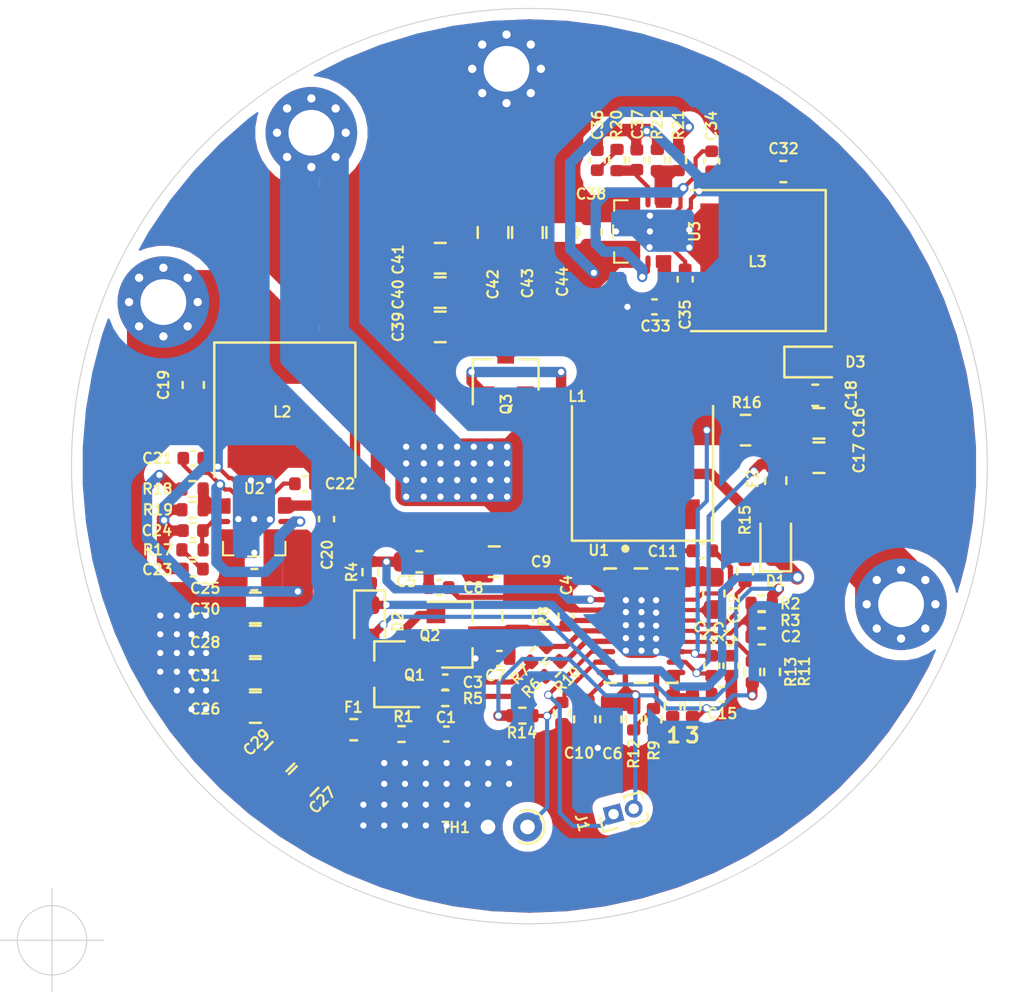
<source format=kicad_pcb>
(kicad_pcb (version 20171130) (host pcbnew "(5.1.8)-1")
  (layers (0 F.Cu signal) (31 B.Cu signal) (34 B.Paste user) (35 F.Paste user) (36 B.SilkS user) (37 F.SilkS user) (38 B.Mask user) (39 F.Mask user) (44 Edge.Cuts user))
  (net 0 "")
  (net 1 "Net-(C1-Pad2)")
  (net 2 "Net-(C2-Pad2)")
  (net 3 "Net-(C3-Pad2)")
  (net 4 "Net-(C3-Pad1)")
  (net 5 V_sys)
  (net 6 "Net-(C4-Pad1)")
  (net 7 "Net-(C5-Pad2)")
  (net 8 BQ_Vref)
  (net 9 GND)
  (net 10 "Net-(C10-Pad1)")
  (net 11 "Net-(C11-Pad2)")
  (net 12 "Net-(C11-Pad1)")
  (net 13 "Net-(C12-Pad1)")
  (net 14 "Net-(C13-Pad2)")
  (net 15 V_BAT)
  (net 16 "Net-(D1-Pad1)")
  (net 17 "Net-(J1-Pad1)")
  (net 18 "Net-(Q3-Pad1)")
  (net 19 "Net-(R6-Pad1)")
  (net 20 "Net-(R7-Pad1)")
  (net 21 "Net-(R12-Pad1)")
  (net 22 "Net-(R10-Pad1)")
  (net 23 "Net-(R11-Pad2)")
  (net 24 "Net-(R15-Pad1)")
  (net 25 Adapter)
  (net 26 "Net-(R_DN1-Pad2)")
  (net 27 Charger)
  (net 28 "Net-(C21-Pad2)")
  (net 29 "Net-(C22-Pad2)")
  (net 30 "Net-(C22-Pad1)")
  (net 31 "Net-(C23-Pad2)")
  (net 32 "Net-(C24-Pad2)")
  (net 33 "Net-(R18-Pad1)")
  (net 34 V_BAT_OUT)
  (net 35 "Net-(C34-Pad2)")
  (net 36 "Net-(C35-Pad2)")
  (net 37 "Net-(C35-Pad1)")
  (net 38 "Net-(C36-Pad2)")
  (net 39 "Net-(C37-Pad2)")
  (net 40 V_BAT_BOOST)
  (net 41 "Net-(R21-Pad1)")
  (net 42 "Net-(D2-Pad2)")
  (module MountingHole:MountingHole_2.2mm_M2_Pad_Via (layer F.Cu) (at 139.7 72.48)
    (fp_text reference J5 (at -0.1 0) (layer F.SilkS))
    (fp_text value VIA_V_SYS)
    (pad 1 thru_hole circle (at 1.166726 -1.166726) (size 0.7 0.7) (drill 0.4) (layers *.Cu *.Mask) (net 5 V_sys))
    (pad 1 thru_hole circle (at 0 -1.65) (size 0.7 0.7) (drill 0.4) (layers *.Cu *.Mask) (net 5 V_sys))
    (pad 1 thru_hole circle (at -1.166726 -1.166726) (size 0.7 0.7) (drill 0.4) (layers *.Cu *.Mask) (net 5 V_sys))
    (pad 1 thru_hole circle (at -1.65 0) (size 0.7 0.7) (drill 0.4) (layers *.Cu *.Mask) (net 5 V_sys))
    (pad 1 thru_hole circle (at -1.166726 1.166726) (size 0.7 0.7) (drill 0.4) (layers *.Cu *.Mask) (net 5 V_sys))
    (pad 1 thru_hole circle (at 0 1.65) (size 0.7 0.7) (drill 0.4) (layers *.Cu *.Mask) (net 5 V_sys))
    (pad 1 thru_hole circle (at 1.166726 1.166726) (size 0.7 0.7) (drill 0.4) (layers *.Cu *.Mask) (net 5 V_sys))
    (pad 1 thru_hole circle (at 1.65 0) (size 0.7 0.7) (drill 0.4) (layers *.Cu *.Mask) (net 5 V_sys))
    (pad 1 thru_hole circle (at 0 0) (size 4.4 4.4) (drill 2.2) (layers *.Cu *.Mask) (net 5 V_sys))
  )
  (module MountingHole:MountingHole_2.2mm_M2_Pad_Via (layer F.Cu) (at 168.033274 95.146726)
    (fp_text reference J2 (at -0.133274 0.033274) (layer F.SilkS))
    (fp_text value VIA_V_BAT)
    (pad 1 thru_hole circle (at 1.166726 -1.166726) (size 0.7 0.7) (drill 0.4) (layers *.Cu *.Mask) (net 15 V_BAT))
    (pad 1 thru_hole circle (at 0 -1.65) (size 0.7 0.7) (drill 0.4) (layers *.Cu *.Mask) (net 15 V_BAT))
    (pad 1 thru_hole circle (at -1.166726 -1.166726) (size 0.7 0.7) (drill 0.4) (layers *.Cu *.Mask) (net 15 V_BAT))
    (pad 1 thru_hole circle (at -1.65 0) (size 0.7 0.7) (drill 0.4) (layers *.Cu *.Mask) (net 15 V_BAT))
    (pad 1 thru_hole circle (at -1.166726 1.166726) (size 0.7 0.7) (drill 0.4) (layers *.Cu *.Mask) (net 15 V_BAT))
    (pad 1 thru_hole circle (at 0 1.65) (size 0.7 0.7) (drill 0.4) (layers *.Cu *.Mask) (net 15 V_BAT))
    (pad 1 thru_hole circle (at 1.166726 1.166726) (size 0.7 0.7) (drill 0.4) (layers *.Cu *.Mask) (net 15 V_BAT))
    (pad 1 thru_hole circle (at 1.65 0) (size 0.7 0.7) (drill 0.4) (layers *.Cu *.Mask) (net 15 V_BAT))
    (pad 1 thru_hole circle (at 0 0) (size 4.4 4.4) (drill 2.2) (layers *.Cu *.Mask) (net 15 V_BAT))
  )
  (module AMPF:TPS61288 (layer F.Cu) (at 155.498615 77.226001 270)
    (fp_text reference U3 (at 0 -2.615 90) (layer F.SilkS) (effects (font (size 0.5 0.5) (thickness 0.1))))
    (fp_text value TPS61288)
    (pad 7 smd roundrect (at 1.25 -1.125 270) (size 0.23 0.75) (layers F.Cu F.Paste F.Mask) (net 34 V_BAT_OUT))
    (pad 7 smd roundrect (at 1.45 -0.875 180) (size 0.25 0.6) (layers F.Cu F.Paste F.Mask) (net 34 V_BAT_OUT))
    (pad 5 smd roundrect (at 0.625 0.75 90) (size 0.35 1.5) (layers F.Cu F.Paste F.Mask) (net 40 V_BAT_BOOST))
    (pad 3 smd roundrect (at -1.1 0.175 180) (size 0.35 1.3) (layers F.Cu F.Paste F.Mask) (net 9 GND))
    (pad 5 smd roundrect (at 1.1 0.175 180) (size 0.35 1.3) (layers F.Cu F.Paste F.Mask) (net 40 V_BAT_BOOST))
    (pad 3 smd roundrect (at -0.625 0.75 90) (size 0.35 1.5) (layers F.Cu F.Paste F.Mask) (net 9 GND))
    (pad 4 smd roundrect (at 0 0.25 90) (size 0.4 1) (layers F.Cu F.Paste F.Mask) (net 36 "Net-(C35-Pad2)"))
    (pad 1 smd roundrect (at -1.45 -0.875 180) (size 0.25 0.6) (layers F.Cu F.Paste F.Mask) (net 41 "Net-(R21-Pad1)"))
    (pad 1 smd roundrect (at -1.25 -1.125 270) (size 0.23 0.75) (layers F.Cu F.Paste F.Mask) (net 41 "Net-(R21-Pad1)"))
    (pad 2 smd oval (at -1.45 -0.375 180) (size 0.25 0.6) (layers F.Cu F.Paste F.Mask) (net 39 "Net-(C37-Pad2)"))
    (pad 6 smd oval (at 1.45 -0.375 180) (size 0.25 0.6) (layers F.Cu F.Paste F.Mask) (net 35 "Net-(C34-Pad2)"))
    (pad 8 smd oval (at 0.75 -1.2 90) (size 0.25 0.6) (layers F.Cu F.Paste F.Mask) (net 37 "Net-(C35-Pad1)"))
    (pad 11 smd oval (at -0.75 -1.2 90) (size 0.25 0.6) (layers F.Cu F.Paste F.Mask) (net 35 "Net-(C34-Pad2)"))
    (pad 10 smd oval (at -0.25 -1.2 90) (size 0.25 0.6) (layers F.Cu F.Paste F.Mask) (net 9 GND))
    (pad 9 smd oval (at 0.25 -1.2 90) (size 0.25 0.6) (layers F.Cu F.Paste F.Mask) (net 36 "Net-(C35-Pad2)"))
  )
  (module Resistor_SMD:R_0402_1005Metric (layer F.Cu) (at 156.323616 73.791 270)
    (fp_text reference R22 (at -1.7 0.012616 90) (layer F.SilkS) (effects (font (size 0.5 0.5) (thickness 0.1))))
    (fp_text value 48.7K)
    (pad 2 smd roundrect (at 0.51 0 270) (size 0.54 0.64) (layers F.Cu F.Paste F.Mask) (net 41 "Net-(R21-Pad1)"))
    (pad 1 smd roundrect (at -0.51 0 270) (size 0.54 0.64) (layers F.Cu F.Paste F.Mask) (net 9 GND))
  )
  (module Resistor_SMD:R_0402_1005Metric (layer F.Cu) (at 157.323615 73.791 90)
    (fp_text reference R21 (at 1.675 0.012385 90) (layer F.SilkS) (effects (font (size 0.5 0.5) (thickness 0.1))))
    (fp_text value 1M)
    (pad 2 smd roundrect (at 0.51 0 90) (size 0.54 0.64) (layers F.Cu F.Paste F.Mask) (net 40 V_BAT_BOOST))
    (pad 1 smd roundrect (at -0.51 0 90) (size 0.54 0.64) (layers F.Cu F.Paste F.Mask) (net 41 "Net-(R21-Pad1)"))
  )
  (module Resistor_SMD:R_0402_1005Metric (layer F.Cu) (at 154.386 73.791 270)
    (fp_text reference R20 (at -1.69 0.025 90) (layer F.SilkS) (effects (font (size 0.5 0.5) (thickness 0.1))))
    (fp_text value 41.2k)
    (pad 2 smd roundrect (at 0.51 0 270) (size 0.54 0.64) (layers F.Cu F.Paste F.Mask) (net 39 "Net-(C37-Pad2)"))
    (pad 1 smd roundrect (at -0.51 0 270) (size 0.54 0.64) (layers F.Cu F.Paste F.Mask) (net 38 "Net-(C36-Pad2)"))
  )
  (module Inductor_SMD:L_Coilcraft_XAL60xx_6.36x6.56mm (layer F.Cu) (at 161.123616 78.626 180)
    (fp_text reference L3 (at -0.012384 -0.05) (layer F.SilkS) (effects (font (size 0.5 0.5) (thickness 0.1))))
    (fp_text value "1.8uH CoilCraft 6030")
    (pad 2 smd rect (at 2.02 0 180) (size 1.43 5.5) (layers F.Cu F.Paste F.Mask) (net 36 "Net-(C35-Pad2)"))
    (pad 1 smd rect (at -2.02 0 180) (size 1.43 5.5) (layers F.Cu F.Paste F.Mask) (net 34 V_BAT_OUT))
  )
  (module Capacitor_SMD:C_0805_2012Metric (layer F.Cu) (at 151.728616 77.276 270)
    (fp_text reference C44 (at 2.37 -0.037384 270) (layer F.SilkS) (effects (font (size 0.5 0.5) (thickness 0.1))))
    (fp_text value 22uF)
    (pad 2 smd roundrect (at 0.95 0 270) (size 1 1.45) (layers F.Cu F.Paste F.Mask) (net 40 V_BAT_BOOST))
    (pad 1 smd roundrect (at -0.95 0 270) (size 1 1.45) (layers F.Cu F.Paste F.Mask) (net 9 GND))
  )
  (module Capacitor_SMD:C_0805_2012Metric (layer F.Cu) (at 150.078614 77.276 270)
    (fp_text reference C43 (at 2.44 -0.007386 270) (layer F.SilkS) (effects (font (size 0.5 0.5) (thickness 0.1))))
    (fp_text value 22uF)
    (pad 2 smd roundrect (at 0.95 0 270) (size 1 1.45) (layers F.Cu F.Paste F.Mask) (net 40 V_BAT_BOOST))
    (pad 1 smd roundrect (at -0.95 0 270) (size 1 1.45) (layers F.Cu F.Paste F.Mask) (net 9 GND))
  )
  (module Capacitor_SMD:C_0805_2012Metric (layer F.Cu) (at 148.428615 77.276 270)
    (fp_text reference C42 (at 2.49 0.002615 270) (layer F.SilkS) (effects (font (size 0.5 0.5) (thickness 0.1))))
    (fp_text value 22uF)
    (pad 2 smd roundrect (at 0.95 0 270) (size 1 1.45) (layers F.Cu F.Paste F.Mask) (net 40 V_BAT_BOOST))
    (pad 1 smd roundrect (at -0.95 0 270) (size 1 1.45) (layers F.Cu F.Paste F.Mask) (net 9 GND))
  )
  (module Capacitor_SMD:C_0805_2012Metric (layer F.Cu) (at 145.891 78.513385)
    (fp_text reference C41 (at -2.025 0.062615 90) (layer F.SilkS) (effects (font (size 0.5 0.5) (thickness 0.1))))
    (fp_text value 22uF)
    (pad 2 smd roundrect (at 0.95 0) (size 1 1.45) (layers F.Cu F.Paste F.Mask) (net 40 V_BAT_BOOST))
    (pad 1 smd roundrect (at -0.95 0) (size 1 1.45) (layers F.Cu F.Paste F.Mask) (net 9 GND))
  )
  (module Capacitor_SMD:C_0805_2012Metric (layer F.Cu) (at 145.890999 80.163385)
    (fp_text reference C40 (at -2.024999 0.087615 90) (layer F.SilkS) (effects (font (size 0.5 0.5) (thickness 0.1))))
    (fp_text value 22uF)
    (pad 2 smd roundrect (at 0.95 0) (size 1 1.45) (layers F.Cu F.Paste F.Mask) (net 40 V_BAT_BOOST))
    (pad 1 smd roundrect (at -0.95 0) (size 1 1.45) (layers F.Cu F.Paste F.Mask) (net 9 GND))
  )
  (module Capacitor_SMD:C_0805_2012Metric (layer F.Cu) (at 145.891 81.813384)
    (fp_text reference C39 (at -2.025 0 90) (layer F.SilkS) (effects (font (size 0.5 0.5) (thickness 0.1))))
    (fp_text value 22uF)
    (pad 2 smd roundrect (at 0.95 0) (size 1 1.45) (layers F.Cu F.Paste F.Mask) (net 40 V_BAT_BOOST))
    (pad 1 smd roundrect (at -0.95 0) (size 1 1.45) (layers F.Cu F.Paste F.Mask) (net 9 GND))
  )
  (module Capacitor_SMD:C_0603_1608Metric (layer F.Cu) (at 153.128616 77.251 270)
    (fp_text reference C38 (at -1.825 -0.007384) (layer F.SilkS) (effects (font (size 0.5 0.5) (thickness 0.1))))
    (fp_text value 10uF)
    (pad 2 smd roundrect (at 0.775 0 270) (size 0.9 0.95) (layers F.Cu F.Paste F.Mask) (net 40 V_BAT_BOOST))
    (pad 1 smd roundrect (at -0.775 0 270) (size 0.9 0.95) (layers F.Cu F.Paste F.Mask) (net 9 GND))
  )
  (module Capacitor_SMD:C_0402_1005Metric (layer F.Cu) (at 155.336 73.776 270)
    (fp_text reference C37 (at -1.695 -0.037384 90) (layer F.SilkS) (effects (font (size 0.5 0.5) (thickness 0.1))))
    (fp_text value 100pF)
    (pad 2 smd roundrect (at 0.48 0 270) (size 0.56 0.62) (layers F.Cu F.Paste F.Mask) (net 39 "Net-(C37-Pad2)"))
    (pad 1 smd roundrect (at -0.48 0 270) (size 0.56 0.62) (layers F.Cu F.Paste F.Mask) (net 9 GND))
  )
  (module Capacitor_SMD:C_0402_1005Metric (layer F.Cu) (at 153.436 73.801 270)
    (fp_text reference C36 (at -1.695 -0.012385 90) (layer F.SilkS) (effects (font (size 0.5 0.5) (thickness 0.1))))
    (fp_text value 39nF)
    (pad 2 smd roundrect (at 0.48 0 270) (size 0.56 0.62) (layers F.Cu F.Paste F.Mask) (net 38 "Net-(C36-Pad2)"))
    (pad 1 smd roundrect (at -0.48 0 270) (size 0.56 0.62) (layers F.Cu F.Paste F.Mask) (net 9 GND))
  )
  (module Capacitor_SMD:C_0402_1005Metric (layer F.Cu) (at 157.661 79.526 270)
    (fp_text reference C35 (at 1.7 0 90) (layer F.SilkS) (effects (font (size 0.5 0.5) (thickness 0.1))))
    (fp_text value 0.1uF)
    (pad 2 smd roundrect (at 0.48 0 270) (size 0.56 0.62) (layers F.Cu F.Paste F.Mask) (net 36 "Net-(C35-Pad2)"))
    (pad 1 smd roundrect (at -0.48 0 270) (size 0.56 0.62) (layers F.Cu F.Paste F.Mask) (net 37 "Net-(C35-Pad1)"))
  )
  (module Capacitor_SMD:C_0402_1005Metric (layer F.Cu) (at 158.936 73.851 90)
    (fp_text reference C34 (at 1.695 -0.012616 90) (layer F.SilkS) (effects (font (size 0.5 0.5) (thickness 0.1))))
    (fp_text value 2.2uF)
    (pad 2 smd roundrect (at 0.48 0 90) (size 0.56 0.62) (layers F.Cu F.Paste F.Mask) (net 35 "Net-(C34-Pad2)"))
    (pad 1 smd roundrect (at -0.48 0 90) (size 0.56 0.62) (layers F.Cu F.Paste F.Mask) (net 9 GND))
  )
  (module Capacitor_SMD:C_0402_1005Metric (layer F.Cu) (at 156.186 80.851)
    (fp_text reference C33 (at 0.05 0.925) (layer F.SilkS) (effects (font (size 0.5 0.5) (thickness 0.1))))
    (fp_text value 0.1uF)
    (pad 2 smd roundrect (at 0.48 0) (size 0.56 0.62) (layers F.Cu F.Paste F.Mask) (net 34 V_BAT_OUT))
    (pad 1 smd roundrect (at -0.48 0) (size 0.56 0.62) (layers F.Cu F.Paste F.Mask) (net 9 GND))
  )
  (module Capacitor_SMD:C_0603_1608Metric (layer F.Cu) (at 162.376 74.346)
    (fp_text reference C32 (at 0.01 -1.1) (layer F.SilkS) (effects (font (size 0.5 0.5) (thickness 0.1))))
    (fp_text value 10uF)
    (pad 2 smd roundrect (at 0.775 0) (size 0.9 0.95) (layers F.Cu F.Paste F.Mask) (net 34 V_BAT_OUT))
    (pad 1 smd roundrect (at -0.775 0) (size 0.9 0.95) (layers F.Cu F.Paste F.Mask) (net 9 GND))
  )
  (module Capacitor_SMD:C_0805_2012Metric (layer F.Cu) (at 137.01 98.51)
    (fp_text reference C31 (at -2.41 0.07) (layer F.SilkS) (effects (font (size 0.5 0.5) (thickness 0.1))))
    (fp_text value 22uF)
    (pad 2 smd roundrect (at 0.95 0) (size 1 1.45) (layers F.Cu F.Paste F.Mask) (net 27 Charger))
    (pad 1 smd roundrect (at -0.95 0) (size 1 1.45) (layers F.Cu F.Paste F.Mask) (net 9 GND))
  )
  (module Capacitor_SMD:C_0805_2012Metric (layer F.Cu) (at 137.01 95.32)
    (fp_text reference C30 (at -2.41 0.06) (layer F.SilkS) (effects (font (size 0.5 0.5) (thickness 0.1))))
    (fp_text value 22uF)
    (pad 2 smd roundrect (at 0.95 0) (size 1 1.45) (layers F.Cu F.Paste F.Mask) (net 27 Charger))
    (pad 1 smd roundrect (at -0.95 0) (size 1 1.45) (layers F.Cu F.Paste F.Mask) (net 9 GND))
  )
  (module Capacitor_SMD:C_0805_2012Metric (layer F.Cu) (at 138.17 102.47 45)
    (fp_text reference C29 (at -0.296985 -1.25865 45) (layer F.SilkS) (effects (font (size 0.5 0.5) (thickness 0.1))))
    (fp_text value 22uF)
    (pad 2 smd roundrect (at 0.95 0 45) (size 1 1.45) (layers F.Cu F.Paste F.Mask) (net 27 Charger))
    (pad 1 smd roundrect (at -0.95 0 45) (size 1 1.45) (layers F.Cu F.Paste F.Mask) (net 9 GND))
  )
  (module Capacitor_SMD:C_0805_2012Metric (layer F.Cu) (at 137.01 96.91)
    (fp_text reference C28 (at -2.41 0.07) (layer F.SilkS) (effects (font (size 0.5 0.5) (thickness 0.1))))
    (fp_text value 22uF)
    (pad 2 smd roundrect (at 0.95 0) (size 1 1.45) (layers F.Cu F.Paste F.Mask) (net 27 Charger))
    (pad 1 smd roundrect (at -0.95 0) (size 1 1.45) (layers F.Cu F.Paste F.Mask) (net 9 GND))
  )
  (module Capacitor_SMD:C_0805_2012Metric (layer F.Cu) (at 139.33 103.64 45)
    (fp_text reference C27 (at -0.021213 1.294005 45) (layer F.SilkS) (effects (font (size 0.5 0.5) (thickness 0.1))))
    (fp_text value 22uF)
    (pad 2 smd roundrect (at 0.95 0 45) (size 1 1.45) (layers F.Cu F.Paste F.Mask) (net 27 Charger))
    (pad 1 smd roundrect (at -0.95 0 45) (size 1 1.45) (layers F.Cu F.Paste F.Mask) (net 9 GND))
  )
  (module Capacitor_SMD:C_0805_2012Metric (layer F.Cu) (at 137.01 100.11)
    (fp_text reference C26 (at -2.41 0.07) (layer F.SilkS) (effects (font (size 0.5 0.5) (thickness 0.1))))
    (fp_text value 22uF)
    (pad 2 smd roundrect (at 0.95 0) (size 1 1.45) (layers F.Cu F.Paste F.Mask) (net 27 Charger))
    (pad 1 smd roundrect (at -0.95 0) (size 1 1.45) (layers F.Cu F.Paste F.Mask) (net 9 GND))
  )
  (module AMPF:TPS61288 (layer F.Cu) (at 136.955 91.545001)
    (fp_text reference U2 (at 0.005 -1.965001) (layer F.SilkS) (effects (font (size 0.5 0.5) (thickness 0.1))))
    (fp_text value TPS61288)
    (pad 7 smd roundrect (at 1.25 -1.125) (size 0.23 0.75) (layers F.Cu F.Paste F.Mask) (net 25 Adapter))
    (pad 7 smd roundrect (at 1.45 -0.875 270) (size 0.25 0.6) (layers F.Cu F.Paste F.Mask) (net 25 Adapter))
    (pad 5 smd roundrect (at 0.625 0.75 180) (size 0.35 1.5) (layers F.Cu F.Paste F.Mask) (net 27 Charger))
    (pad 3 smd roundrect (at -1.1 0.175 270) (size 0.35 1.3) (layers F.Cu F.Paste F.Mask) (net 9 GND))
    (pad 5 smd roundrect (at 1.1 0.175 270) (size 0.35 1.3) (layers F.Cu F.Paste F.Mask) (net 27 Charger))
    (pad 3 smd roundrect (at -0.625 0.75 180) (size 0.35 1.5) (layers F.Cu F.Paste F.Mask) (net 9 GND))
    (pad 4 smd roundrect (at 0 0.25 180) (size 0.4 1) (layers F.Cu F.Paste F.Mask) (net 29 "Net-(C22-Pad2)"))
    (pad 1 smd roundrect (at -1.45 -0.875 270) (size 0.25 0.6) (layers F.Cu F.Paste F.Mask) (net 33 "Net-(R18-Pad1)"))
    (pad 1 smd roundrect (at -1.25 -1.125) (size 0.23 0.75) (layers F.Cu F.Paste F.Mask) (net 33 "Net-(R18-Pad1)"))
    (pad 2 smd oval (at -1.45 -0.375 270) (size 0.25 0.6) (layers F.Cu F.Paste F.Mask) (net 32 "Net-(C24-Pad2)"))
    (pad 6 smd oval (at 1.45 -0.375 270) (size 0.25 0.6) (layers F.Cu F.Paste F.Mask) (net 28 "Net-(C21-Pad2)"))
    (pad 8 smd oval (at 0.75 -1.2 180) (size 0.25 0.6) (layers F.Cu F.Paste F.Mask) (net 30 "Net-(C22-Pad1)"))
    (pad 11 smd oval (at -0.75 -1.2 180) (size 0.25 0.6) (layers F.Cu F.Paste F.Mask) (net 28 "Net-(C21-Pad2)"))
    (pad 10 smd oval (at -0.25 -1.2 180) (size 0.25 0.6) (layers F.Cu F.Paste F.Mask) (net 9 GND))
    (pad 9 smd oval (at 0.25 -1.2 180) (size 0.25 0.6) (layers F.Cu F.Paste F.Mask) (net 29 "Net-(C22-Pad2)"))
  )
  (module Capacitor_SMD:C_0402_1005Metric (layer F.Cu) (at 134.025 88.13 180)
    (fp_text reference C21 (at 1.725 0) (layer F.SilkS) (effects (font (size 0.5 0.5) (thickness 0.1))))
    (fp_text value 2.2uF)
    (pad 2 smd roundrect (at 0.48 0 180) (size 0.56 0.62) (layers F.Cu F.Paste F.Mask) (net 28 "Net-(C21-Pad2)"))
    (pad 1 smd roundrect (at -0.48 0 180) (size 0.56 0.62) (layers F.Cu F.Paste F.Mask) (net 9 GND))
  )
  (module Capacitor_SMD:C_0402_1005Metric (layer F.Cu) (at 146.183524 101.384972 180)
    (fp_text reference C1 (at 0.017524 0.798972) (layer F.SilkS) (effects (font (size 0.5 0.5) (thickness 0.1))))
    (fp_text value 2.2uF)
    (pad 2 smd roundrect (at 0.48 0 180) (size 0.56 0.62) (layers F.Cu F.Paste F.Mask) (net 1 "Net-(C1-Pad2)"))
    (pad 1 smd roundrect (at -0.48 0 180) (size 0.56 0.62) (layers F.Cu F.Paste F.Mask) (net 9 GND))
  )
  (module Capacitor_SMD:C_0402_1005Metric (layer F.Cu) (at 134.01 91.605001)
    (fp_text reference C24 (at -1.735 0) (layer F.SilkS) (effects (font (size 0.5 0.5) (thickness 0.1))))
    (fp_text value 100pF)
    (pad 2 smd roundrect (at 0.48 0) (size 0.56 0.62) (layers F.Cu F.Paste F.Mask) (net 32 "Net-(C24-Pad2)"))
    (pad 1 smd roundrect (at -0.48 0) (size 0.56 0.62) (layers F.Cu F.Paste F.Mask) (net 9 GND))
  )
  (module Capacitor_SMD:C_0402_1005Metric (layer F.Cu) (at 134.01 93.455)
    (fp_text reference C23 (at -1.71 0.025) (layer F.SilkS) (effects (font (size 0.5 0.5) (thickness 0.1))))
    (fp_text value 39nF)
    (pad 2 smd roundrect (at 0.48 0) (size 0.56 0.62) (layers F.Cu F.Paste F.Mask) (net 31 "Net-(C23-Pad2)"))
    (pad 1 smd roundrect (at -0.48 0) (size 0.56 0.62) (layers F.Cu F.Paste F.Mask) (net 9 GND))
  )
  (module Capacitor_SMD:C_0402_1005Metric (layer F.Cu) (at 139.39 89.355)
    (fp_text reference C22 (at 1.685 0) (layer F.SilkS) (effects (font (size 0.5 0.5) (thickness 0.1))))
    (fp_text value 0.1uF)
    (pad 2 smd roundrect (at 0.48 0) (size 0.56 0.62) (layers F.Cu F.Paste F.Mask) (net 29 "Net-(C22-Pad2)"))
    (pad 1 smd roundrect (at -0.48 0) (size 0.56 0.62) (layers F.Cu F.Paste F.Mask) (net 30 "Net-(C22-Pad1)"))
  )
  (module Capacitor_SMD:C_0402_1005Metric (layer F.Cu) (at 140.43 91.05 90)
    (fp_text reference C20 (at -1.72 0.03 90) (layer F.SilkS) (effects (font (size 0.5 0.5) (thickness 0.1))))
    (fp_text value 0.1uF)
    (pad 1 smd roundrect (at -0.48 0 90) (size 0.56 0.62) (layers F.Cu F.Paste F.Mask) (net 9 GND))
    (pad 2 smd roundrect (at 0.48 0 90) (size 0.56 0.62) (layers F.Cu F.Paste F.Mask) (net 25 Adapter))
  )
  (module Resistor_SMD:R_0402_1005Metric (layer F.Cu) (at 133.99 90.605)
    (fp_text reference R19 (at -1.665 0) (layer F.SilkS) (effects (font (size 0.5 0.5) (thickness 0.1))))
    (fp_text value 48.7K)
    (pad 2 smd roundrect (at 0.51 0) (size 0.54 0.64) (layers F.Cu F.Paste F.Mask) (net 33 "Net-(R18-Pad1)"))
    (pad 1 smd roundrect (at -0.51 0) (size 0.54 0.64) (layers F.Cu F.Paste F.Mask) (net 9 GND))
  )
  (module Resistor_SMD:R_0402_1005Metric (layer F.Cu) (at 133.99 89.605 180)
    (fp_text reference R18 (at 1.69 0) (layer F.SilkS) (effects (font (size 0.5 0.5) (thickness 0.1))))
    (fp_text value 1M)
    (pad 2 smd roundrect (at 0.51 0 180) (size 0.54 0.64) (layers F.Cu F.Paste F.Mask) (net 27 Charger))
    (pad 1 smd roundrect (at -0.51 0 180) (size 0.54 0.64) (layers F.Cu F.Paste F.Mask) (net 33 "Net-(R18-Pad1)"))
  )
  (module Resistor_SMD:R_0402_1005Metric (layer F.Cu) (at 133.99 92.53)
    (fp_text reference R17 (at -1.665 0) (layer F.SilkS) (effects (font (size 0.5 0.5) (thickness 0.1))))
    (fp_text value 47.5k)
    (pad 2 smd roundrect (at 0.51 0) (size 0.54 0.64) (layers F.Cu F.Paste F.Mask) (net 32 "Net-(C24-Pad2)"))
    (pad 1 smd roundrect (at -0.51 0) (size 0.54 0.64) (layers F.Cu F.Paste F.Mask) (net 31 "Net-(C23-Pad2)"))
  )
  (module Inductor_SMD:L_Coilcraft_XAL60xx_6.36x6.56mm (layer F.Cu) (at 138.425 85.855 270)
    (fp_text reference L2 (at 0.045 0.125 180) (layer F.SilkS) (effects (font (size 0.5 0.5) (thickness 0.1))))
    (fp_text value "1.8uH CoilCraft 6030")
    (pad 2 smd rect (at 2.02 0 270) (size 1.43 5.5) (layers F.Cu F.Paste F.Mask) (net 29 "Net-(C22-Pad2)"))
    (pad 1 smd rect (at -2.02 0 270) (size 1.43 5.5) (layers F.Cu F.Paste F.Mask) (net 25 Adapter))
  )
  (module Capacitor_SMD:C_0603_1608Metric (layer F.Cu) (at 136.96 93.96)
    (fp_text reference C25 (at -2.36 0.42) (layer F.SilkS) (effects (font (size 0.5 0.5) (thickness 0.1))))
    (fp_text value 10uF)
    (pad 2 smd roundrect (at 0.775 0) (size 0.9 0.95) (layers F.Cu F.Paste F.Mask) (net 27 Charger))
    (pad 1 smd roundrect (at -0.775 0) (size 0.9 0.95) (layers F.Cu F.Paste F.Mask) (net 9 GND))
  )
  (module Capacitor_SMD:C_0603_1608Metric (layer F.Cu) (at 134.025 84.605 90)
    (fp_text reference C19 (at 0 -1.43 90) (layer F.SilkS) (effects (font (size 0.5 0.5) (thickness 0.1))))
    (fp_text value 10uF)
    (pad 2 smd roundrect (at 0.775 0 90) (size 0.9 0.95) (layers F.Cu F.Paste F.Mask) (net 25 Adapter))
    (pad 1 smd roundrect (at -0.775 0 90) (size 0.9 0.95) (layers F.Cu F.Paste F.Mask) (net 9 GND))
  )
  (module Resistor_SMD:R_0402_1005Metric (layer F.Cu) (at 158.011 100.026 90)
    (fp_text reference R_UP1 hide)
    (fp_text value 0)
    (pad 2 smd roundrect (at 0.51 0 90) (size 0.54 0.64) (layers F.Cu F.Paste F.Mask) (net 26 "Net-(R_DN1-Pad2)"))
    (pad 1 smd roundrect (at -0.51 0 90) (size 0.54 0.64) (layers F.Cu F.Paste F.Mask) (net 8 BQ_Vref))
  )
  (module Resistor_SMD:R_0402_1005Metric (layer F.Cu) (at 157.061 100.026 90)
    (fp_text reference R_DN1 hide)
    (fp_text value 0)
    (pad 2 smd roundrect (at 0.51 0 90) (size 0.54 0.64) (layers F.Cu F.Paste F.Mask) (net 26 "Net-(R_DN1-Pad2)"))
    (pad 1 smd roundrect (at -0.51 0 90) (size 0.54 0.64) (layers F.Cu F.Paste F.Mask) (net 9 GND))
  )
  (module Connector_PinHeader_1.00mm:PinHeader_1x02_P1.00mm_Vertical (layer F.Cu) (at 154.220074 105.234819 105)
    (fp_text reference J1 (at 0 -1.56 105) (layer F.SilkS) (effects (font (size 0.5 0.5) (thickness 0.1))))
    (fp_text value Btn_LED)
    (pad 2 thru_hole oval (at 0 1 105) (size 0.85 0.85) (drill 0.5) (layers *.Cu *.Mask) (net 8 BQ_Vref))
    (pad 1 thru_hole rect (at 0 0 105) (size 0.85 0.85) (drill 0.5) (layers *.Cu *.Mask) (net 17 "Net-(J1-Pad1)"))
  )
  (module Fuse:Fuse_0603_1608Metric (layer F.Cu) (at 162.011 89.201 270)
    (fp_text reference F2 (at -0.075 1.1 90) (layer F.SilkS) (effects (font (size 0.5 0.5) (thickness 0.1))))
    (fp_text value 10A)
    (pad 2 smd roundrect (at 0.7875 0 270) (size 0.875 0.95) (layers F.Cu F.Paste F.Mask) (net 15 V_BAT))
    (pad 1 smd roundrect (at -0.7875 0 270) (size 0.875 0.95) (layers F.Cu F.Paste F.Mask) (net 34 V_BAT_OUT))
  )
  (module Fuse:Fuse_0603_1608Metric (layer F.Cu) (at 141.736 101.176)
    (fp_text reference F1 (at -0.017678 -1.078338) (layer F.SilkS) (effects (font (size 0.5 0.5) (thickness 0.1))))
    (fp_text value 4A)
    (pad 2 smd roundrect (at 0.7875 0) (size 0.875 0.95) (layers F.Cu F.Paste F.Mask) (net 42 "Net-(D2-Pad2)"))
    (pad 1 smd roundrect (at -0.7875 0) (size 0.875 0.95) (layers F.Cu F.Paste F.Mask) (net 27 Charger))
  )
  (module Diode_SMD:D_0603_1608Metric (layer F.Cu) (at 163.911 83.501)
    (fp_text reference D3 (at 1.925 0) (layer F.SilkS) (effects (font (size 0.5 0.5) (thickness 0.1))))
    (fp_text value D)
    (pad 2 smd roundrect (at 0.7875 0) (size 0.875 0.95) (layers F.Cu F.Paste F.Mask) (net 9 GND))
    (pad 1 smd roundrect (at -0.7875 0) (size 0.875 0.95) (layers F.Cu F.Paste F.Mask) (net 34 V_BAT_OUT))
  )
  (module Diode_SMD:D_0603_1608Metric (layer F.Cu) (at 142.495136 95.970365 270)
    (fp_text reference D2 (at 0.017678 -1.361181 90) (layer F.SilkS) (effects (font (size 0.5 0.5) (thickness 0.1))))
    (fp_text value D)
    (pad 2 smd roundrect (at 0.7875 0 270) (size 0.875 0.95) (layers F.Cu F.Paste F.Mask) (net 42 "Net-(D2-Pad2)"))
    (pad 1 smd roundrect (at -0.7875 0 270) (size 0.875 0.95) (layers F.Cu F.Paste F.Mask) (net 16 "Net-(D1-Pad1)"))
  )
  (module Diode_SMD:D_0603_1608Metric (layer F.Cu) (at 162.011 92.076 90)
    (fp_text reference D1 (at -1.95 0 180) (layer F.SilkS) (effects (font (size 0.5 0.5) (thickness 0.1))))
    (fp_text value D)
    (pad 2 smd roundrect (at 0.7875 0 90) (size 0.875 0.95) (layers F.Cu F.Paste F.Mask) (net 15 V_BAT))
    (pad 1 smd roundrect (at -0.7875 0 90) (size 0.875 0.95) (layers F.Cu F.Paste F.Mask) (net 16 "Net-(D1-Pad1)"))
  )
  (module MountingHole:MountingHole_2.2mm_M2_Pad_Via (layer F.Cu) (at 132.59 80.62)
    (fp_text reference J4 (at -0.05 0.125) (layer F.SilkS) (effects (font (size 0.5 0.5) (thickness 0.1))))
    (fp_text value VIA_V_Adapter)
    (pad 1 thru_hole circle (at 1.166726 -1.166726) (size 0.7 0.7) (drill 0.4) (layers *.Cu *.Mask) (net 25 Adapter))
    (pad 1 thru_hole circle (at 0 -1.65) (size 0.7 0.7) (drill 0.4) (layers *.Cu *.Mask) (net 25 Adapter))
    (pad 1 thru_hole circle (at -1.166726 -1.166726) (size 0.7 0.7) (drill 0.4) (layers *.Cu *.Mask) (net 25 Adapter))
    (pad 1 thru_hole circle (at -1.65 0) (size 0.7 0.7) (drill 0.4) (layers *.Cu *.Mask) (net 25 Adapter))
    (pad 1 thru_hole circle (at -1.166726 1.166726) (size 0.7 0.7) (drill 0.4) (layers *.Cu *.Mask) (net 25 Adapter))
    (pad 1 thru_hole circle (at 0 1.65) (size 0.7 0.7) (drill 0.4) (layers *.Cu *.Mask) (net 25 Adapter))
    (pad 1 thru_hole circle (at 1.166726 1.166726) (size 0.7 0.7) (drill 0.4) (layers *.Cu *.Mask) (net 25 Adapter))
    (pad 1 thru_hole circle (at 1.65 0) (size 0.7 0.7) (drill 0.4) (layers *.Cu *.Mask) (net 25 Adapter))
    (pad 1 thru_hole circle (at 0 0) (size 4.4 4.4) (drill 2.2) (layers *.Cu *.Mask) (net 25 Adapter))
  )
  (module MountingHole:MountingHole_2.2mm_M2_Pad_Via (layer F.Cu) (at 149.077 69.408)
    (fp_text reference J3 (at -0.05 0.05) (layer F.SilkS) (effects (font (size 0.5 0.5) (thickness 0.1))))
    (fp_text value VIA_GND)
    (pad 1 thru_hole circle (at 1.166726 -1.166726) (size 0.7 0.7) (drill 0.4) (layers *.Cu *.Mask) (net 9 GND))
    (pad 1 thru_hole circle (at 0 -1.65) (size 0.7 0.7) (drill 0.4) (layers *.Cu *.Mask) (net 9 GND))
    (pad 1 thru_hole circle (at -1.166726 -1.166726) (size 0.7 0.7) (drill 0.4) (layers *.Cu *.Mask) (net 9 GND))
    (pad 1 thru_hole circle (at -1.65 0) (size 0.7 0.7) (drill 0.4) (layers *.Cu *.Mask) (net 9 GND))
    (pad 1 thru_hole circle (at -1.166726 1.166726) (size 0.7 0.7) (drill 0.4) (layers *.Cu *.Mask) (net 9 GND))
    (pad 1 thru_hole circle (at 0 1.65) (size 0.7 0.7) (drill 0.4) (layers *.Cu *.Mask) (net 9 GND))
    (pad 1 thru_hole circle (at 1.166726 1.166726) (size 0.7 0.7) (drill 0.4) (layers *.Cu *.Mask) (net 9 GND))
    (pad 1 thru_hole circle (at 1.65 0) (size 0.7 0.7) (drill 0.4) (layers *.Cu *.Mask) (net 9 GND))
    (pad 1 thru_hole circle (at 0 0) (size 4.4 4.4) (drill 2.2) (layers *.Cu *.Mask) (net 9 GND))
  )
  (module Capacitor_SMD:C_0603_1608Metric (layer F.Cu) (at 144.886 93.101 180)
    (fp_text reference C5 (at 0.625 -0.95) (layer F.SilkS) (effects (font (size 0.5 0.5) (thickness 0.1))))
    (fp_text value 1uF)
    (pad 2 smd roundrect (at 0.775 0 180) (size 0.9 0.95) (layers F.Cu F.Paste F.Mask) (net 7 "Net-(C5-Pad2)"))
    (pad 1 smd roundrect (at -0.775 0 180) (size 0.9 0.95) (layers F.Cu F.Paste F.Mask) (net 9 GND))
  )
  (module Resistor_SMD:R_0805_2012Metric (layer F.Cu) (at 149.611 95.726 270)
    (fp_text reference R8 (at 0 -1.25 90) (layer F.SilkS) (effects (font (size 0.5 0.5) (thickness 0.1))))
    (fp_text value 0.01)
    (pad 2 smd roundrect (at 0.9125 0 270) (size 1.025 1.4) (layers F.Cu F.Paste F.Mask) (roundrect_rratio 0.243902) (net 6 "Net-(C4-Pad1)"))
    (pad 1 smd roundrect (at -0.9125 0 270) (size 1.025 1.4) (layers F.Cu F.Paste F.Mask) (roundrect_rratio 0.243902) (net 5 V_sys))
  )
  (module Capacitor_SMD:C_0402_1005Metric (layer F.Cu) (at 151.936 95.701 90)
    (fp_text reference C4 (at 1.475 0.025 90) (layer F.SilkS) (effects (font (size 0.5 0.5) (thickness 0.1))))
    (fp_text value 0.1uF)
    (pad 2 smd roundrect (at 0.48 0 90) (size 0.56 0.62) (layers F.Cu F.Paste F.Mask) (net 5 V_sys))
    (pad 1 smd roundrect (at -0.48 0 90) (size 0.56 0.62) (layers F.Cu F.Paste F.Mask) (net 6 "Net-(C4-Pad1)"))
  )
  (module Capacitor_SMD:C_0402_1005Metric (layer F.Cu) (at 145.818538 94.344019)
    (fp_text reference C8 (at 1.667462 0.006981) (layer F.SilkS) (effects (font (size 0.5 0.5) (thickness 0.1))))
    (fp_text value 0.1uF)
    (pad 1 smd roundrect (at -0.48 0) (size 0.56 0.62) (layers F.Cu F.Paste F.Mask) (net 9 GND))
    (pad 2 smd roundrect (at 0.48 0) (size 0.56 0.62) (layers F.Cu F.Paste F.Mask) (net 5 V_sys))
  )
  (module Capacitor_SMD:C_0402_1005Metric (layer F.Cu) (at 148.736 97.751)
    (fp_text reference C7 (at -0.2 0.825) (layer F.SilkS) (effects (font (size 0.5 0.5) (thickness 0.1))))
    (fp_text value 0.1uF)
    (pad 2 smd roundrect (at 0.48 0) (size 0.56 0.62) (layers F.Cu F.Paste F.Mask) (net 6 "Net-(C4-Pad1)"))
    (pad 1 smd roundrect (at -0.48 0) (size 0.56 0.62) (layers F.Cu F.Paste F.Mask) (net 9 GND))
  )
  (module Resistor_SMD:R_0402_1005Metric (layer F.Cu) (at 151.736 100.376 270)
    (fp_text reference R10 (at -1.6 -0.275 225) (layer F.SilkS) (effects (font (size 0.5 0.5) (thickness 0.1))))
    (fp_text value 30.1K)
    (pad 2 smd roundrect (at 0.51 0 270) (size 0.54 0.64) (layers F.Cu F.Paste F.Mask) (net 9 GND))
    (pad 1 smd roundrect (at -0.51 0 270) (size 0.54 0.64) (layers F.Cu F.Paste F.Mask) (net 22 "Net-(R10-Pad1)"))
  )
  (module Resistor_SMD:R_0402_1005Metric (layer F.Cu) (at 149.836 100.501)
    (fp_text reference R14 (at -0.025 0.825) (layer F.SilkS) (effects (font (size 0.5 0.5) (thickness 0.1))))
    (fp_text value 5.23K)
    (pad 2 smd roundrect (at 0.51 0) (size 0.54 0.64) (layers F.Cu F.Paste F.Mask) (net 22 "Net-(R10-Pad1)"))
    (pad 1 smd roundrect (at -0.51 0) (size 0.54 0.64) (layers F.Cu F.Paste F.Mask) (net 8 BQ_Vref))
  )
  (module Capacitor_SMD:C_0402_1005Metric (layer F.Cu) (at 146.133524 98.884973)
    (fp_text reference C3 (at 1.327476 0.016027) (layer F.SilkS) (effects (font (size 0.5 0.5) (thickness 0.1))))
    (fp_text value 47nF)
    (pad 2 smd roundrect (at 0.48 0) (size 0.56 0.62) (layers F.Cu F.Paste F.Mask) (net 3 "Net-(C3-Pad2)"))
    (pad 1 smd roundrect (at -0.48 0) (size 0.56 0.62) (layers F.Cu F.Paste F.Mask) (net 4 "Net-(C3-Pad1)"))
  )
  (module Capacitor_SMD:C_0402_1005Metric (layer F.Cu) (at 158.936 98.101 90)
    (fp_text reference C14 (at 1.55 -0.275 135) (layer F.SilkS) (effects (font (size 0.5 0.5) (thickness 0.1))))
    (fp_text value 0.1uF)
    (pad 2 smd roundrect (at 0.48 0 90) (size 0.56 0.62) (layers F.Cu F.Paste F.Mask) (net 14 "Net-(C13-Pad2)"))
    (pad 1 smd roundrect (at -0.48 0 90) (size 0.56 0.62) (layers F.Cu F.Paste F.Mask) (net 34 V_BAT_OUT))
  )
  (module Resistor_SMD:R_0805_2012Metric (layer F.Cu) (at 160.561 86.776 180)
    (fp_text reference R16 (at -0.05 1.325) (layer F.SilkS) (effects (font (size 0.5 0.5) (thickness 0.1))))
    (fp_text value 0.01)
    (pad 2 smd roundrect (at 0.9125 0 180) (size 1.025 1.4) (layers F.Cu F.Paste F.Mask) (roundrect_rratio 0.243902) (net 14 "Net-(C13-Pad2)"))
    (pad 1 smd roundrect (at -0.9125 0 180) (size 1.025 1.4) (layers F.Cu F.Paste F.Mask) (roundrect_rratio 0.243902) (net 34 V_BAT_OUT))
  )
  (module Resistor_SMD:R_0402_1005Metric (layer F.Cu) (at 161.336 96.701 180)
    (fp_text reference C2 (at -1.4 0) (layer F.SilkS) (effects (font (size 0.5 0.5) (thickness 0.1))))
    (fp_text value 330pF)
    (pad 2 smd roundrect (at 0.51 0 180) (size 0.54 0.64) (layers F.Cu F.Paste F.Mask) (net 2 "Net-(C2-Pad2)"))
    (pad 1 smd roundrect (at -0.51 0 180) (size 0.54 0.64) (layers F.Cu F.Paste F.Mask) (net 9 GND))
  )
  (module Capacitor_SMD:C_0402_1005Metric (layer F.Cu) (at 159.411 99.476 180)
    (fp_text reference C15 (at -0.025 -0.925) (layer F.SilkS) (effects (font (size 0.5 0.5) (thickness 0.1))))
    (fp_text value 0.1uF)
    (pad 2 smd roundrect (at 0.48 0 180) (size 0.56 0.62) (layers F.Cu F.Paste F.Mask) (net 34 V_BAT_OUT))
    (pad 1 smd roundrect (at -0.48 0 180) (size 0.56 0.62) (layers F.Cu F.Paste F.Mask) (net 9 GND))
  )
  (module Capacitor_SMD:C_0402_1005Metric (layer F.Cu) (at 159.861 98.101 90)
    (fp_text reference C13 (at 1.5 -0.325 135) (layer F.SilkS) (effects (font (size 0.5 0.5) (thickness 0.1))))
    (fp_text value 0.1uF)
    (pad 2 smd roundrect (at 0.48 0 90) (size 0.56 0.62) (layers F.Cu F.Paste F.Mask) (net 14 "Net-(C13-Pad2)"))
    (pad 1 smd roundrect (at -0.48 0 90) (size 0.56 0.62) (layers F.Cu F.Paste F.Mask) (net 9 GND))
  )
  (module Capacitor_SMD:C_0402_1005Metric (layer F.Cu) (at 158.486 92.576)
    (fp_text reference C11 (at -1.9 0.025) (layer F.SilkS) (effects (font (size 0.5 0.5) (thickness 0.1))))
    (fp_text value 0.047uF)
    (pad 2 smd roundrect (at 0.48 0) (size 0.56 0.62) (layers F.Cu F.Paste F.Mask) (net 11 "Net-(C11-Pad2)"))
    (pad 1 smd roundrect (at -0.48 0) (size 0.56 0.62) (layers F.Cu F.Paste F.Mask) (net 12 "Net-(C11-Pad1)"))
  )
  (module Resistor_SMD:R_0402_1005Metric (layer F.Cu) (at 160.886 98.401 90)
    (fp_text reference R13 (at 0 1.85 270) (layer F.SilkS) (effects (font (size 0.5 0.5) (thickness 0.1))))
    (fp_text value 100K)
    (pad 2 smd roundrect (at 0.51 0 90) (size 0.54 0.64) (layers F.Cu F.Paste F.Mask) (net 23 "Net-(R11-Pad2)"))
    (pad 1 smd roundrect (at -0.51 0 90) (size 0.54 0.64) (layers F.Cu F.Paste F.Mask) (net 8 BQ_Vref))
  )
  (module Resistor_SMD:R_0402_1005Metric (layer F.Cu) (at 150.611 97.551 225)
    (fp_text reference R7 (at 1.308148 -0.070711 225) (layer F.SilkS) (effects (font (size 0.5 0.5) (thickness 0.1))))
    (fp_text value 4.02K)
    (pad 2 smd roundrect (at 0.51 0 225) (size 0.54 0.64) (layers F.Cu F.Paste F.Mask) (net 3 "Net-(C3-Pad2)"))
    (pad 1 smd roundrect (at -0.51 0 225) (size 0.54 0.64) (layers F.Cu F.Paste F.Mask) (net 20 "Net-(R7-Pad1)"))
  )
  (module Resistor_SMD:R_0402_1005Metric (layer F.Cu) (at 151.286 98.251 225)
    (fp_text reference R6 (at 1.361181 0.053033 45) (layer F.SilkS) (effects (font (size 0.5 0.5) (thickness 0.1))))
    (fp_text value 4.02K)
    (pad 2 smd roundrect (at 0.51 0 225) (size 0.54 0.64) (layers F.Cu F.Paste F.Mask) (net 4 "Net-(C3-Pad1)"))
    (pad 1 smd roundrect (at -0.51 0 225) (size 0.54 0.64) (layers F.Cu F.Paste F.Mask) (net 19 "Net-(R6-Pad1)"))
  )
  (module Resistor_SMD:R_0402_1005Metric (layer F.Cu) (at 146.133524 99.659973)
    (fp_text reference R5 (at 1.327476 0.016027) (layer F.SilkS) (effects (font (size 0.5 0.5) (thickness 0.1))))
    (fp_text value 500K)
    (pad 2 smd roundrect (at 0.51 0) (size 0.54 0.64) (layers F.Cu F.Paste F.Mask) (net 3 "Net-(C3-Pad2)"))
    (pad 1 smd roundrect (at -0.51 0) (size 0.54 0.64) (layers F.Cu F.Paste F.Mask) (net 4 "Net-(C3-Pad1)"))
  )
  (module Resistor_SMD:R_0402_1005Metric (layer F.Cu) (at 142.536 93.601 90)
    (fp_text reference R4 (at 0 -0.9 90) (layer F.SilkS) (effects (font (size 0.5 0.5) (thickness 0.1))))
    (fp_text value 10R)
    (pad 2 smd roundrect (at 0.51 0 90) (size 0.54 0.64) (layers F.Cu F.Paste F.Mask) (net 7 "Net-(C5-Pad2)"))
    (pad 1 smd roundrect (at -0.51 0 90) (size 0.54 0.64) (layers F.Cu F.Paste F.Mask) (net 16 "Net-(D1-Pad1)"))
  )
  (module Resistor_SMD:R_0402_1005Metric (layer F.Cu) (at 161.336 95.901 180)
    (fp_text reference R3 (at -1.375 -0.025) (layer F.SilkS) (effects (font (size 0.5 0.5) (thickness 0.1))))
    (fp_text value 100K)
    (pad 2 smd roundrect (at 0.51 0 180) (size 0.54 0.64) (layers F.Cu F.Paste F.Mask) (net 2 "Net-(C2-Pad2)"))
    (pad 1 smd roundrect (at -0.51 0 180) (size 0.54 0.64) (layers F.Cu F.Paste F.Mask) (net 9 GND))
  )
  (module Resistor_SMD:R_0402_1005Metric (layer F.Cu) (at 161.336 95.101)
    (fp_text reference R2 (at 1.375 0.025) (layer F.SilkS) (effects (font (size 0.5 0.5) (thickness 0.1))))
    (fp_text value 1M)
    (pad 2 smd roundrect (at 0.51 0) (size 0.54 0.64) (layers F.Cu F.Paste F.Mask) (net 42 "Net-(D2-Pad2)"))
    (pad 1 smd roundrect (at -0.51 0) (size 0.54 0.64) (layers F.Cu F.Paste F.Mask) (net 2 "Net-(C2-Pad2)"))
  )
  (module Resistor_SMD:R_0402_1005Metric (layer F.Cu) (at 144.033525 101.384973 180)
    (fp_text reference R1 (at -0.092475 0.838973) (layer F.SilkS) (effects (font (size 0.5 0.5) (thickness 0.1))))
    (fp_text value 2R)
    (pad 2 smd roundrect (at 0.51 0 180) (size 0.54 0.64) (layers F.Cu F.Paste F.Mask) (net 42 "Net-(D2-Pad2)"))
    (pad 1 smd roundrect (at -0.51 0 180) (size 0.54 0.64) (layers F.Cu F.Paste F.Mask) (net 1 "Net-(C1-Pad2)"))
  )
  (module Resistor_SMD:R_0402_1005Metric (layer F.Cu) (at 160.536 93.551 90)
    (fp_text reference R15 (at 2.45 0 270) (layer F.SilkS) (effects (font (size 0.5 0.5) (thickness 0.1))))
    (fp_text value 1K)
    (pad 2 smd roundrect (at 0.51 0 90) (size 0.54 0.64) (layers F.Cu F.Paste F.Mask) (net 18 "Net-(Q3-Pad1)"))
    (pad 1 smd roundrect (at -0.51 0 90) (size 0.54 0.64) (layers F.Cu F.Paste F.Mask) (net 24 "Net-(R15-Pad1)"))
  )
  (module Resistor_SMD:R_0402_1005Metric (layer F.Cu) (at 155.186 100.676 90)
    (fp_text reference R12 (at -1.65 0 270) (layer F.SilkS) (effects (font (size 0.5 0.5) (thickness 0.1))))
    (fp_text value 232K)
    (pad 2 smd roundrect (at 0.51 0 90) (size 0.54 0.64) (layers F.Cu F.Paste F.Mask) (net 8 BQ_Vref))
    (pad 1 smd roundrect (at -0.51 0 90) (size 0.54 0.64) (layers F.Cu F.Paste F.Mask) (net 21 "Net-(R12-Pad1)"))
  )
  (module Resistor_SMD:R_0402_1005Metric (layer F.Cu) (at 161.836 98.401 90)
    (fp_text reference R11 (at 0.025 1.55 270) (layer F.SilkS) (effects (font (size 0.5 0.5) (thickness 0.1))))
    (fp_text value 22.1K)
    (pad 2 smd roundrect (at 0.51 0 90) (size 0.54 0.64) (layers F.Cu F.Paste F.Mask) (net 23 "Net-(R11-Pad2)"))
    (pad 1 smd roundrect (at -0.51 0 90) (size 0.54 0.64) (layers F.Cu F.Paste F.Mask) (net 9 GND))
  )
  (module Resistor_SMD:R_0402_1005Metric (layer F.Cu) (at 156.136 100.676 90)
    (fp_text reference R9 (at -1.5 0.025 90) (layer F.SilkS) (effects (font (size 0.5 0.5) (thickness 0.1))))
    (fp_text value 32.4K)
    (pad 2 smd roundrect (at 0.51 0 90) (size 0.54 0.64) (layers F.Cu F.Paste F.Mask) (net 21 "Net-(R12-Pad1)"))
    (pad 1 smd roundrect (at -0.51 0 90) (size 0.54 0.64) (layers F.Cu F.Paste F.Mask) (net 9 GND))
  )
  (module AMPF:BQ24170RGYT (layer F.Cu) (at 155.536 96.176)
    (fp_text reference U1 (at -2.025 -3.625) (layer F.SilkS) (effects (font (size 0.5 0.5) (thickness 0.1))))
    (fp_text value BQ24170)
    (pad 12 smd oval (at -0.75 2.685) (size 0.26 0.9) (layers F.Cu F.Paste F.Mask) (net 8 BQ_Vref))
    (pad 13 smd oval (at 0.75 2.685) (size 0.26 0.9) (layers F.Cu F.Paste F.Mask) (net 21 "Net-(R12-Pad1)"))
    (pad 24 smd oval (at 0.75 -2.685) (size 0.26 0.9) (layers F.Cu F.Paste F.Mask) (net 12 "Net-(C11-Pad1)"))
    (pad 1 smd oval (at -0.75 -2.685) (size 0.26 0.9) (layers F.Cu F.Paste F.Mask) (net 12 "Net-(C11-Pad1)"))
    (pad 2 smd oval (at -1.685 -2.25) (size 0.9 0.26) (layers F.Cu F.Paste F.Mask) (net 5 V_sys))
    (pad 3 smd oval (at -1.685 -1.75) (size 0.9 0.26) (layers F.Cu F.Paste F.Mask) (net 5 V_sys))
    (pad 4 smd oval (at -1.685 -1.25) (size 0.9 0.26) (layers F.Cu F.Paste F.Mask) (net 7 "Net-(C5-Pad2)"))
    (pad 5 smd oval (at -1.685 -0.75) (size 0.9 0.26) (layers F.Cu F.Paste F.Mask) (net 5 V_sys))
    (pad 6 smd oval (at -1.685 -0.25) (size 0.9 0.26) (layers F.Cu F.Paste F.Mask) (net 6 "Net-(C4-Pad1)"))
    (pad 7 smd oval (at -1.685 0.25) (size 0.9 0.26) (layers F.Cu F.Paste F.Mask) (net 20 "Net-(R7-Pad1)"))
    (pad 8 smd rect (at -1.685 0.75) (size 0.9 0.26) (layers F.Cu F.Paste F.Mask) (net 19 "Net-(R6-Pad1)"))
    (pad 9 smd oval (at -1.685 1.25) (size 0.9 0.26) (layers F.Cu F.Paste F.Mask) (net 17 "Net-(J1-Pad1)"))
    (pad 10 smd oval (at -1.685 1.75) (size 0.9 0.26) (layers F.Cu F.Paste F.Mask) (net 22 "Net-(R10-Pad1)"))
    (pad 11 smd oval (at -1.685 2.25) (size 0.9 0.26) (layers F.Cu F.Paste F.Mask) (net 10 "Net-(C10-Pad1)"))
    (pad 14 smd oval (at 1.685 2.25) (size 0.9 0.26) (layers F.Cu F.Paste F.Mask) (net 26 "Net-(R_DN1-Pad2)"))
    (pad 15 smd oval (at 1.685 1.75) (size 0.9 0.26) (layers F.Cu F.Paste F.Mask) (net 34 V_BAT_OUT))
    (pad 16 smd oval (at 1.685 1.25) (size 0.9 0.26) (layers F.Cu F.Paste F.Mask) (net 14 "Net-(C13-Pad2)"))
    (pad 17 smd oval (at 1.685 0.75) (size 0.9 0.26) (layers F.Cu F.Paste F.Mask) (net 23 "Net-(R11-Pad2)"))
    (pad 18 smd oval (at 1.685 0.25) (size 0.9 0.26) (layers F.Cu F.Paste F.Mask) (net 2 "Net-(C2-Pad2)"))
    (pad 19 smd oval (at 1.685 -0.25) (size 0.9 0.26) (layers F.Cu F.Paste F.Mask) (net 24 "Net-(R15-Pad1)"))
    (pad 20 smd oval (at 1.685 -0.75) (size 0.9 0.26) (layers F.Cu F.Paste F.Mask) (net 13 "Net-(C12-Pad1)"))
    (pad 21 smd oval (at 1.685 -1.25) (size 0.9 0.26) (layers F.Cu F.Paste F.Mask) (net 11 "Net-(C11-Pad2)"))
    (pad 22 smd oval (at 1.685 -1.75) (size 0.9 0.26) (layers F.Cu F.Paste F.Mask) (net 9 GND))
    (pad 23 smd oval (at 1.685 -2.25) (size 0.9 0.26) (layers F.Cu F.Paste F.Mask) (net 9 GND))
    (pad 25 smd roundrect (at 0 0) (size 2.05 3.1) (layers F.Cu F.Mask) (net 9 GND))
  )
  (module Resistor_THT:R_Axial_DIN0204_L3.6mm_D1.6mm_P1.90mm_Vertical (layer F.Cu) (at 150.086 105.851 180)
    (fp_text reference TH1 (at 3.45 -0.025) (layer F.SilkS) (effects (font (size 0.5 0.5) (thickness 0.1))))
    (fp_text value "MF52A 10K 3380")
    (pad 2 thru_hole oval (at 1.9 0 180) (size 1.4 1.4) (drill 0.7) (layers *.Cu *.Mask) (net 9 GND))
    (pad 1 thru_hole circle (at 0 0 180) (size 1.4 1.4) (drill 0.7) (layers *.Cu *.Mask) (net 22 "Net-(R10-Pad1)"))
  )
  (module Package_TO_SOT_SMD:SOT-23 (layer F.Cu) (at 149.036 84.126 90)
    (fp_text reference Q3 (at -1.4 0.025 90) (layer F.SilkS) (effects (font (size 0.5 0.5) (thickness 0.1))))
    (fp_text value AO3415)
    (pad 3 smd rect (at 1 0 90) (size 0.9 0.8) (layers F.Cu F.Paste F.Mask) (net 40 V_BAT_BOOST))
    (pad 2 smd rect (at -1 0.95 90) (size 0.9 0.8) (layers F.Cu F.Paste F.Mask) (net 5 V_sys))
    (pad 1 smd rect (at -1 -0.95 90) (size 0.9 0.8) (layers F.Cu F.Paste F.Mask) (net 18 "Net-(Q3-Pad1)"))
  )
  (module Package_TO_SOT_SMD:SOT-23 (layer F.Cu) (at 146.683525 96.609973)
    (fp_text reference Q2 (at -1.289251 0.032144 180) (layer F.SilkS) (effects (font (size 0.5 0.5) (thickness 0.1))))
    (fp_text value AO3416)
    (pad 3 smd rect (at 1 0) (size 0.9 0.8) (layers F.Cu F.Paste F.Mask) (net 6 "Net-(C4-Pad1)"))
    (pad 2 smd rect (at -1 0.95) (size 0.9 0.8) (layers F.Cu F.Paste F.Mask) (net 3 "Net-(C3-Pad2)"))
    (pad 1 smd rect (at -1 -0.95) (size 0.9 0.8) (layers F.Cu F.Paste F.Mask) (net 4 "Net-(C3-Pad1)"))
  )
  (module Package_TO_SOT_SMD:SOT-23 (layer F.Cu) (at 143.483524 98.509973 180)
    (fp_text reference Q1 (at -1.168287 -0.041332 180) (layer F.SilkS) (effects (font (size 0.5 0.5) (thickness 0.1))))
    (fp_text value AO3416)
    (pad 3 smd rect (at 1 0 180) (size 0.9 0.8) (layers F.Cu F.Paste F.Mask) (net 42 "Net-(D2-Pad2)"))
    (pad 2 smd rect (at -1 0.95 180) (size 0.9 0.8) (layers F.Cu F.Paste F.Mask) (net 3 "Net-(C3-Pad2)"))
    (pad 1 smd rect (at -1 -0.95 180) (size 0.9 0.8) (layers F.Cu F.Paste F.Mask) (net 4 "Net-(C3-Pad1)"))
  )
  (module Inductor_SMD:L_Coilcraft_XAL60xx_6.36x6.56mm (layer F.Cu) (at 155.611 88.801 90)
    (fp_text reference L1 (at 3.65 -3.125 180) (layer F.SilkS) (effects (font (size 0.5 0.5) (thickness 0.1))))
    (fp_text value "3.3uH CoilCraft 6030")
    (pad 1 smd rect (at -2.02 0 90) (size 1.43 5.5) (layers F.Cu F.Paste F.Mask) (net 12 "Net-(C11-Pad1)"))
    (pad 2 smd rect (at 2.02 0 90) (size 1.43 5.5) (layers F.Cu F.Paste F.Mask) (net 14 "Net-(C13-Pad2)"))
  )
  (module Capacitor_SMD:C_0603_1608Metric (layer F.Cu) (at 163.911001 85.101 180)
    (fp_text reference C18 (at -1.725 0 270) (layer F.SilkS) (effects (font (size 0.5 0.5) (thickness 0.1))))
    (fp_text value 0.1uF)
    (pad 2 smd roundrect (at 0.775 0 180) (size 0.9 0.95) (layers F.Cu F.Paste F.Mask) (net 34 V_BAT_OUT))
    (pad 1 smd roundrect (at -0.775 0 180) (size 0.9 0.95) (layers F.Cu F.Paste F.Mask) (net 9 GND))
  )
  (module Capacitor_SMD:C_0805_2012Metric (layer F.Cu) (at 164.086 88.101 180)
    (fp_text reference C17 (at -1.925 -0.025 270) (layer F.SilkS) (effects (font (size 0.5 0.5) (thickness 0.1))))
    (fp_text value 10uF)
    (pad 2 smd roundrect (at 0.95 0 180) (size 1 1.45) (layers F.Cu F.Paste F.Mask) (net 34 V_BAT_OUT))
    (pad 1 smd roundrect (at -0.95 0 180) (size 1 1.45) (layers F.Cu F.Paste F.Mask) (net 9 GND))
  )
  (module Capacitor_SMD:C_0805_2012Metric (layer F.Cu) (at 164.086 86.451 180)
    (fp_text reference C16 (at -1.925 0.025 270) (layer F.SilkS) (effects (font (size 0.5 0.5) (thickness 0.1))))
    (fp_text value 10uF)
    (pad 2 smd roundrect (at 0.95 0 180) (size 1 1.45) (layers F.Cu F.Paste F.Mask) (net 34 V_BAT_OUT))
    (pad 1 smd roundrect (at -0.95 0 180) (size 1 1.45) (layers F.Cu F.Paste F.Mask) (net 9 GND))
  )
  (module Capacitor_SMD:C_0603_1608Metric (layer F.Cu) (at 159.036 94.626 90)
    (fp_text reference C12 (at -0.725 0.975 270) (layer F.SilkS) (effects (font (size 0.5 0.5) (thickness 0.1))))
    (fp_text value 1uF)
    (pad 2 smd roundrect (at 0.775 0 90) (size 0.9 0.95) (layers F.Cu F.Paste F.Mask) (net 9 GND))
    (pad 1 smd roundrect (at -0.775 0 90) (size 0.9 0.95) (layers F.Cu F.Paste F.Mask) (net 13 "Net-(C12-Pad1)"))
  )
  (module Capacitor_SMD:C_0603_1608Metric (layer F.Cu) (at 152.836 100.676 270)
    (fp_text reference C10 (at 1.625 0.275) (layer F.SilkS) (effects (font (size 0.5 0.5) (thickness 0.1))))
    (fp_text value 0.1uF)
    (pad 2 smd roundrect (at 0.775 0 270) (size 0.9 0.95) (layers F.Cu F.Paste F.Mask) (net 9 GND))
    (pad 1 smd roundrect (at -0.775 0 270) (size 0.9 0.95) (layers F.Cu F.Paste F.Mask) (net 10 "Net-(C10-Pad1)"))
  )
  (module Capacitor_SMD:C_0805_2012Metric (layer F.Cu) (at 148.486 93.101)
    (fp_text reference C9 (at 2.25 0) (layer F.SilkS) (effects (font (size 0.5 0.5) (thickness 0.1))))
    (fp_text value 10uF)
    (pad 2 smd roundrect (at 0.95 0) (size 1 1.45) (layers F.Cu F.Paste F.Mask) (net 5 V_sys))
    (pad 1 smd roundrect (at -0.95 0) (size 1 1.45) (layers F.Cu F.Paste F.Mask) (net 9 GND))
  )
  (module Capacitor_SMD:C_0603_1608Metric (layer F.Cu) (at 154.086 100.676 270)
    (fp_text reference C6 (at 1.65 -0.075 180) (layer F.SilkS) (effects (font (size 0.5 0.5) (thickness 0.1))))
    (fp_text value 1uF)
    (pad 1 smd roundrect (at -0.775 0 270) (size 0.9 0.95) (layers F.Cu F.Paste F.Mask) (net 8 BQ_Vref))
    (pad 2 smd roundrect (at 0.775 0 270) (size 0.9 0.95) (layers F.Cu F.Paste F.Mask) (net 9 GND))
  )
  (target plus (at 127.24 111.3) (size 5) (width 0.05) (layer Edge.Cuts))
  (gr_text 3 (at 158.011 101.451) (layer F.SilkS) (effects (font (size 0.7 0.7))))
  (gr_text 1 (at 157.111 101.451) (layer F.SilkS) (effects (font (size 0.7 0.7))))
  (gr_circle (center 150.175 88.505) (end 172.175 88.505) (layer Edge.Cuts) (width 0.05))
  (segment (start 145.703523 101.384973) (end 145.703524 101.384972) (width 0.8) (layer F.Cu) (net 1))
  (segment (start 144.543525 101.384973) (end 145.703523 101.384973) (width 0.8) (layer F.Cu) (net 1))
  (segment (start 160.826 95.126) (end 160.826 96.676) (width 0.2) (layer F.Cu) (net 2))
  (segment (start 160.711 95.126) (end 160.711 96.676) (width 0.2) (layer F.Cu) (net 2))
  (segment (start 160.936 95.126) (end 160.936 96.676) (width 0.2) (layer F.Cu) (net 2))
  (segment (start 160.661 95.726) (end 160.386 96.001) (width 0.2) (layer F.Cu) (net 2))
  (segment (start 160.486 95.951) (end 160.761 96.226) (width 0.2) (layer F.Cu) (net 2))
  (segment (start 160.486 95.901) (end 160.926 95.901) (width 0.2) (layer F.Cu) (net 2))
  (segment (start 160.361 96.026) (end 160.801 96.026) (width 0.2) (layer F.Cu) (net 2))
  (segment (start 159.836 96.551) (end 160.361 96.026) (width 0.2) (layer F.Cu) (net 2))
  (segment (start 158.236 96.551) (end 159.836 96.551) (width 0.2) (layer F.Cu) (net 2))
  (segment (start 158.111 96.426) (end 158.236 96.551) (width 0.2) (layer F.Cu) (net 2))
  (segment (start 157.221 96.426) (end 158.111 96.426) (width 0.2) (layer F.Cu) (net 2))
  (segment (start 144.483525 97.559972) (end 145.683524 97.559972) (width 0.25) (layer F.Cu) (net 3))
  (segment (start 144.483525 97.809973) (end 145.683524 97.809973) (width 0.25) (layer F.Cu) (net 3))
  (segment (start 144.458525 97.309973) (end 145.658525 97.309973) (width 0.25) (layer F.Cu) (net 3))
  (segment (start 146.643524 98.914973) (end 146.613524 98.884973) (width 0.25) (layer F.Cu) (net 3))
  (segment (start 146.643524 99.659973) (end 146.643524 98.914973) (width 0.4) (layer F.Cu) (net 3))
  (segment (start 146.613524 98.884973) (end 146.613524 98.164973) (width 0.25) (layer F.Cu) (net 3))
  (segment (start 146.008524 97.559973) (end 145.683524 97.559972) (width 0.25) (layer F.Cu) (net 3))
  (segment (start 146.613524 98.164973) (end 146.008524 97.559973) (width 0.25) (layer F.Cu) (net 3))
  (segment (start 149.836 98.401) (end 150.225376 98.011624) (width 0.25) (layer F.Cu) (net 3))
  (segment (start 149.352027 98.884973) (end 149.836 98.401) (width 0.25) (layer F.Cu) (net 3))
  (segment (start 146.613524 98.884973) (end 149.352027 98.884973) (width 0.25) (layer F.Cu) (net 3))
  (segment (start 145.653524 99.629973) (end 145.623524 99.659973) (width 0.25) (layer F.Cu) (net 4))
  (segment (start 145.653525 98.884973) (end 145.653524 99.629973) (width 0.4) (layer F.Cu) (net 4))
  (segment (start 144.683525 99.659973) (end 144.483525 99.459972) (width 0.4) (layer F.Cu) (net 4))
  (segment (start 145.623524 99.659973) (end 144.683525 99.659973) (width 0.4) (layer F.Cu) (net 4))
  (segment (start 144.483525 99.459972) (end 143.458524 98.434972) (width 0.4) (layer F.Cu) (net 4))
  (segment (start 143.458524 98.434972) (end 143.458524 97.084973) (width 0.4) (layer F.Cu) (net 4))
  (segment (start 144.883524 95.659973) (end 145.683525 95.659973) (width 0.4) (layer F.Cu) (net 4))
  (segment (start 143.458524 97.084973) (end 144.883524 95.659973) (width 0.4) (layer F.Cu) (net 4))
  (segment (start 150.850376 98.611624) (end 150.925376 98.686624) (width 0.25) (layer F.Cu) (net 4))
  (segment (start 150.850376 98.536624) (end 150.850376 98.611624) (width 0.25) (layer F.Cu) (net 4))
  (segment (start 150.800376 98.536624) (end 150.850376 98.536624) (width 0.25) (layer F.Cu) (net 4))
  (segment (start 149.761 99.576) (end 150.800376 98.536624) (width 0.25) (layer F.Cu) (net 4))
  (segment (start 147.9235 99.576) (end 149.761 99.576) (width 0.25) (layer F.Cu) (net 4))
  (segment (start 147.074362 100.425138) (end 147.9235 99.576) (width 0.25) (layer F.Cu) (net 4))
  (segment (start 146.135138 100.425138) (end 147.074362 100.425138) (width 0.25) (layer F.Cu) (net 4))
  (segment (start 145.623525 99.913525) (end 146.135138 100.425138) (width 0.25) (layer F.Cu) (net 4))
  (segment (start 145.623525 99.659973) (end 145.623525 99.913525) (width 0.25) (layer F.Cu) (net 4))
  (segment (start 153.851 93.926) (end 153.851 94.426) (width 0.25) (layer F.Cu) (net 5))
  (segment (start 154.036 93.926) (end 154.036 94.426) (width 0.25) (layer F.Cu) (net 5))
  (segment (start 154.161 93.926) (end 154.161 94.426) (width 0.25) (layer F.Cu) (net 5))
  (segment (start 149.4235 95.126) (end 149.111 94.8135) (width 0.25) (layer F.Cu) (net 5))
  (segment (start 146.768019 94.8135) (end 146.298538 94.344019) (width 0.25) (layer F.Cu) (net 5))
  (segment (start 149.211 94.8135) (end 146.768019 94.8135) (width 0.25) (layer F.Cu) (net 5))
  (segment (start 149.6185 95.221) (end 149.211 94.8135) (width 0.2) (layer F.Cu) (net 5))
  (segment (start 150.536 95.221) (end 149.6185 95.221) (width 0.2) (layer F.Cu) (net 5))
  (segment (start 149.336 93.076) (end 149.336 94.7885) (width 0.8) (layer F.Cu) (net 5))
  (segment (start 152.211 92.776) (end 153.586 94.151) (width 0.8) (layer F.Cu) (net 5))
  (segment (start 149.511 92.801) (end 152.211 92.801) (width 0.8) (layer F.Cu) (net 5))
  (segment (start 150.623501 92.101) (end 151.336 92.101) (width 0.8) (layer F.Cu) (net 5))
  (segment (start 150.8 91.38) (end 152.175 92.755) (width 0.8) (layer F.Cu) (net 5))
  (segment (start 149.511 92.9635) (end 149.511 94.676) (width 0.8) (layer F.Cu) (net 5))
  (segment (start 149.411 94.051) (end 150.786 92.676) (width 0.8) (layer F.Cu) (net 5))
  (segment (start 150.461 93.776) (end 153.161 93.776) (width 0.8) (layer F.Cu) (net 5))
  (segment (start 152.141 95.426) (end 151.936 95.221) (width 0.25) (layer F.Cu) (net 5))
  (segment (start 153.851 95.426) (end 152.141 95.426) (width 0.25) (layer F.Cu) (net 5))
  (segment (start 151.861 95.201) (end 150.461 95.201) (width 0.25) (layer F.Cu) (net 5))
  (segment (start 150.211 93.1635) (end 150.211 94.876) (width 0.8) (layer F.Cu) (net 5))
  (segment (start 150.611 93.1635) (end 150.611 94.876) (width 0.8) (layer F.Cu) (net 5))
  (segment (start 151.186 93.1885) (end 151.186 94.901) (width 0.8) (layer F.Cu) (net 5))
  (segment (start 151.861 93.376) (end 151.861 95.0885) (width 0.8) (layer F.Cu) (net 5))
  (segment (start 152.536 94.051) (end 152.066519 94.520481) (width 0.25) (layer F.Cu) (net 5))
  (segment (start 152.036 94.951) (end 152.505481 95.420481) (width 0.25) (layer F.Cu) (net 5))
  (segment (start 149.986 91.551) (end 149.986 85.176) (width 1) (layer F.Cu) (net 5))
  (segment (start 150.69692 91.69008) (end 149.486 92.901) (width 0.8) (layer F.Cu) (net 5))
  (segment (start 144.236 87.676) (end 144.236 88.344) (width 1) (layer F.Cu) (net 5))
  (segment (start 149.426 90.416) (end 149.426 92.646) (width 1) (layer F.Cu) (net 5))
  (segment (start 148.146 89.996) (end 149.35692 91.20692) (width 0.8) (layer F.Cu) (net 5))
  (segment (start 144.254 87.676) (end 144.236 87.676) (width 1) (layer F.Cu) (net 5))
  (via (at 144.254 87.576) (size 0.4) (drill 0.3) (layers F.Cu B.Cu) (net 5))
  (segment (start 144.904 87.676) (end 144.254 87.676) (width 1) (layer F.Cu) (net 5))
  (via (at 145.104 87.576) (size 0.4) (drill 0.3) (layers F.Cu B.Cu) (net 5))
  (segment (start 145.704 87.676) (end 144.904 87.676) (width 1) (layer F.Cu) (net 5))
  (via (at 145.904 87.576) (size 0.4) (drill 0.3) (layers F.Cu B.Cu) (net 5))
  (segment (start 146.504 87.676) (end 145.704 87.676) (width 1) (layer F.Cu) (net 5))
  (via (at 146.704 87.576) (size 0.4) (drill 0.3) (layers F.Cu B.Cu) (net 5))
  (segment (start 147.304 87.676) (end 146.504 87.676) (width 1) (layer F.Cu) (net 5))
  (via (at 147.504 87.576) (size 0.4) (drill 0.3) (layers F.Cu B.Cu) (net 5))
  (segment (start 148.104 87.676) (end 147.304 87.676) (width 1) (layer F.Cu) (net 5))
  (via (at 148.304 87.576) (size 0.4) (drill 0.3) (layers F.Cu B.Cu) (net 5))
  (segment (start 148.904 87.676) (end 148.104 87.676) (width 1) (layer F.Cu) (net 5))
  (via (at 149.104 87.576) (size 0.4) (drill 0.3) (layers F.Cu B.Cu) (net 5))
  (segment (start 144.236 88.344) (end 144.236 89.906) (width 1) (layer F.Cu) (net 5))
  (via (at 149.104 88.376) (size 0.4) (drill 0.3) (layers F.Cu B.Cu) (net 5))
  (via (at 145.904 88.376) (size 0.4) (drill 0.3) (layers F.Cu B.Cu) (net 5))
  (via (at 145.104 88.376) (size 0.4) (drill 0.3) (layers F.Cu B.Cu) (net 5))
  (via (at 146.704 88.376) (size 0.4) (drill 0.3) (layers F.Cu B.Cu) (net 5))
  (via (at 147.504 88.376) (size 0.4) (drill 0.3) (layers F.Cu B.Cu) (net 5))
  (via (at 148.304 88.376) (size 0.4) (drill 0.3) (layers F.Cu B.Cu) (net 5))
  (via (at 144.254 88.376) (size 0.4) (drill 0.3) (layers F.Cu B.Cu) (net 5))
  (via (at 149.104 89.176) (size 0.4) (drill 0.3) (layers F.Cu B.Cu) (net 5))
  (via (at 145.904 89.176) (size 0.4) (drill 0.3) (layers F.Cu B.Cu) (net 5))
  (via (at 147.504 89.176) (size 0.4) (drill 0.3) (layers F.Cu B.Cu) (net 5))
  (via (at 145.104 89.176) (size 0.4) (drill 0.3) (layers F.Cu B.Cu) (net 5))
  (via (at 148.304 89.176) (size 0.4) (drill 0.3) (layers F.Cu B.Cu) (net 5))
  (via (at 144.254 89.176) (size 0.4) (drill 0.3) (layers F.Cu B.Cu) (net 5))
  (via (at 146.704 89.176) (size 0.4) (drill 0.3) (layers F.Cu B.Cu) (net 5))
  (via (at 147.504 89.976) (size 0.4) (drill 0.3) (layers F.Cu B.Cu) (net 5))
  (via (at 144.254 89.976) (size 0.4) (drill 0.3) (layers F.Cu B.Cu) (net 5))
  (via (at 145.904 89.976) (size 0.4) (drill 0.3) (layers F.Cu B.Cu) (net 5))
  (via (at 149.104 89.976) (size 0.4) (drill 0.3) (layers F.Cu B.Cu) (net 5))
  (via (at 148.304 89.976) (size 0.4) (drill 0.3) (layers F.Cu B.Cu) (net 5))
  (via (at 145.104 89.976) (size 0.4) (drill 0.3) (layers F.Cu B.Cu) (net 5))
  (via (at 146.704 89.976) (size 0.4) (drill 0.3) (layers F.Cu B.Cu) (net 5))
  (segment (start 149.968 88.476) (end 144.266 88.476) (width 1) (layer F.Cu) (net 5))
  (segment (start 149.986 88.494) (end 149.968 88.476) (width 1) (layer F.Cu) (net 5))
  (segment (start 149.966 89.286) (end 144.266 89.286) (width 1) (layer F.Cu) (net 5))
  (segment (start 149.986 89.266) (end 149.966 89.286) (width 1) (layer F.Cu) (net 5))
  (segment (start 149.946 89.926) (end 144.236 89.926) (width 1) (layer F.Cu) (net 5))
  (segment (start 149.986 89.966) (end 149.946 89.926) (width 1) (layer F.Cu) (net 5))
  (segment (start 149.6 87.676) (end 148.8 87.676) (width 1) (layer F.Cu) (net 5))
  (segment (start 150 90.58) (end 151.375 91.955) (width 0.8) (layer F.Cu) (net 5))
  (segment (start 149.9 86.98) (end 149.334315 87.545685) (width 1) (layer F.Cu) (net 5))
  (segment (start 144.254 87.576) (end 149.104 87.576) (width 0.5) (layer B.Cu) (net 5))
  (segment (start 144.254 87.576) (end 144.254 89.976) (width 0.5) (layer B.Cu) (net 5))
  (segment (start 144.254 89.976) (end 149.104 89.976) (width 0.5) (layer B.Cu) (net 5))
  (segment (start 149.104 89.976) (end 149.104 87.576) (width 0.5) (layer B.Cu) (net 5))
  (segment (start 149.104 88.376) (end 144.254 88.376) (width 0.5) (layer B.Cu) (net 5))
  (segment (start 144.254 89.176) (end 149.104 89.176) (width 0.5) (layer B.Cu) (net 5))
  (segment (start 149.1 87.98) (end 144.25 87.98) (width 0.5) (layer B.Cu) (net 5))
  (segment (start 149.1 88.78) (end 144.25 88.78) (width 0.5) (layer B.Cu) (net 5))
  (segment (start 149.1 89.58) (end 144.25 89.58) (width 0.5) (layer B.Cu) (net 5))
  (segment (start 139.7 83.822) (end 144.254 88.376) (width 0.8) (layer B.Cu) (net 5))
  (segment (start 139.7 72.38) (end 139.7 83.722) (width 0.8) (layer B.Cu) (net 5))
  (segment (start 139.7 82.172) (end 145.104 87.576) (width 0.8) (layer B.Cu) (net 5))
  (segment (start 141.1 73.688) (end 141.1 83.38) (width 0.8) (layer B.Cu) (net 5))
  (segment (start 139.896 83.076) (end 145.3 88.48) (width 0.8) (layer B.Cu) (net 5))
  (segment (start 140.5 72.98) (end 140.5 84.322) (width 0.8) (layer B.Cu) (net 5))
  (segment (start 139.1 72.18) (end 139.1 83.522) (width 0.8) (layer B.Cu) (net 5))
  (segment (start 138.6 71.88) (end 138.6 83.222) (width 0.8) (layer B.Cu) (net 5))
  (segment (start 138.6 83.38) (end 143.154 87.934) (width 0.8) (layer B.Cu) (net 5))
  (segment (start 140.2 84.98) (end 144.754 89.534) (width 0.8) (layer B.Cu) (net 5))
  (segment (start 140.596 82.176) (end 146 87.58) (width 0.8) (layer B.Cu) (net 5))
  (segment (start 141.196 82.076) (end 146.6 87.48) (width 0.8) (layer B.Cu) (net 5))
  (segment (start 149.211 96.6385) (end 149.211 97.771) (width 0.25) (layer F.Cu) (net 6))
  (segment (start 149.036 96.6435) (end 149.036 97.776) (width 0.25) (layer F.Cu) (net 6))
  (segment (start 149.386 96.6185) (end 149.386 97.751) (width 0.25) (layer F.Cu) (net 6))
  (segment (start 149.1985 96.651) (end 149.211 96.6385) (width 0.25) (layer F.Cu) (net 6))
  (segment (start 149.211 97.771) (end 149.211 97.676) (width 0.25) (layer F.Cu) (net 6))
  (segment (start 149.202484 96.647016) (end 149.211 96.6385) (width 0.25) (layer F.Cu) (net 6))
  (segment (start 149.216 97.706) (end 148.486 96.976) (width 0.25) (layer F.Cu) (net 6))
  (segment (start 149.216 97.751) (end 149.216 97.706) (width 0.25) (layer F.Cu) (net 6))
  (segment (start 148.486 96.976) (end 149.236 96.976) (width 0.25) (layer F.Cu) (net 6))
  (segment (start 149.366 97.656) (end 148.636 96.926) (width 0.25) (layer F.Cu) (net 6))
  (segment (start 149.209948 96.601) (end 147.711 96.601) (width 0.8) (layer F.Cu) (net 6))
  (segment (start 149.4485 96.301) (end 149.111 96.6385) (width 0.25) (layer F.Cu) (net 6))
  (segment (start 151.816 96.301) (end 149.4485 96.301) (width 0.25) (layer F.Cu) (net 6))
  (segment (start 152.191 95.926) (end 151.816 96.301) (width 0.25) (layer F.Cu) (net 6))
  (segment (start 153.851 95.926) (end 152.191 95.926) (width 0.25) (layer F.Cu) (net 6))
  (via (at 143.311 93.101) (size 0.4) (drill 0.3) (layers F.Cu B.Cu) (net 7))
  (via (at 153.111028 94.926028) (size 0.4) (drill 0.3) (layers F.Cu B.Cu) (net 7))
  (segment (start 153.851 94.926) (end 153.111056 94.926) (width 0.25) (layer F.Cu) (net 7))
  (segment (start 153.111056 94.926) (end 153.111028 94.926028) (width 0.25) (layer F.Cu) (net 7))
  (segment (start 142.561 93.101) (end 144.060949 93.101) (width 0.5) (layer F.Cu) (net 7))
  (segment (start 152.086028 94.926028) (end 153.111028 94.926028) (width 0.4) (layer B.Cu) (net 7))
  (segment (start 151.586 94.426) (end 152.086028 94.926028) (width 0.4) (layer B.Cu) (net 7))
  (segment (start 143.711 94.426) (end 151.586 94.426) (width 0.4) (layer B.Cu) (net 7))
  (segment (start 143.311 94.026) (end 143.711 94.426) (width 0.4) (layer B.Cu) (net 7))
  (segment (start 143.311 93.101) (end 143.311 94.026) (width 0.4) (layer B.Cu) (net 7))
  (via (at 160.886 99.526) (size 0.4) (drill 0.3) (layers F.Cu B.Cu) (net 8))
  (via (at 148.686 100.501) (size 0.4) (drill 0.3) (layers F.Cu B.Cu) (net 8))
  (segment (start 154.786 98.861) (end 154.761 98.886) (width 0.2) (layer F.Cu) (net 8))
  (segment (start 154.336 99.776) (end 154.376 99.776) (width 0.2) (layer F.Cu) (net 8))
  (segment (start 154.786 99.326) (end 154.336 99.776) (width 0.2) (layer F.Cu) (net 8))
  (segment (start 154.786 98.861) (end 154.786 99.276) (width 0.2) (layer F.Cu) (net 8))
  (segment (start 155.211 104.951) (end 155.186 104.976) (width 0.2) (layer F.Cu) (net 8))
  (segment (start 154.786 99.276) (end 154.786 99.326) (width 0.2) (layer F.Cu) (net 8))
  (via (at 155.276 99.516) (size 0.4) (drill 0.3) (layers F.Cu B.Cu) (net 8))
  (segment (start 154.786 99.516) (end 155.386 100.116) (width 0.2) (layer F.Cu) (net 8))
  (segment (start 154.786 98.861) (end 154.786 99.516) (width 0.2) (layer F.Cu) (net 8))
  (segment (start 154.722845 99.612845) (end 155.186 100.076) (width 0.2) (layer F.Cu) (net 8))
  (segment (start 154.306 99.826) (end 154.961 99.826) (width 0.2) (layer F.Cu) (net 8))
  (segment (start 154.481 99.951) (end 155.136 99.951) (width 0.2) (layer F.Cu) (net 8))
  (segment (start 154.606 100.051) (end 155.261 100.051) (width 0.2) (layer F.Cu) (net 8))
  (segment (start 154.506 100.176) (end 155.161 100.176) (width 0.2) (layer F.Cu) (net 8))
  (segment (start 154.631 99.651) (end 155.286 99.651) (width 0.2) (layer F.Cu) (net 8))
  (segment (start 154.681 99.476) (end 155.336 99.476) (width 0.2) (layer F.Cu) (net 8))
  (segment (start 154.591 99.376) (end 155.246 99.376) (width 0.2) (layer F.Cu) (net 8))
  (segment (start 154.811 99.431) (end 154.811 98.776) (width 0.2) (layer F.Cu) (net 8))
  (segment (start 154.761 99.176) (end 154.311 99.626) (width 0.2) (layer F.Cu) (net 8))
  (segment (start 154.836 99.151) (end 155.286 99.601) (width 0.2) (layer F.Cu) (net 8))
  (segment (start 149.301 100.501) (end 148.686 100.501) (width 0.5) (layer F.Cu) (net 8))
  (segment (start 153.836 99.526) (end 155.386 99.526) (width 0.2) (layer B.Cu) (net 8))
  (segment (start 152.086 97.776) (end 153.836 99.526) (width 0.2) (layer B.Cu) (net 8))
  (segment (start 149.836 97.776) (end 152.086 97.776) (width 0.2) (layer B.Cu) (net 8))
  (segment (start 148.686 98.926) (end 149.836 97.776) (width 0.2) (layer B.Cu) (net 8))
  (segment (start 148.686 100.501) (end 148.686 98.926) (width 0.2) (layer B.Cu) (net 8))
  (segment (start 155.386 99.526) (end 156.136 99.526) (width 0.2) (layer B.Cu) (net 8))
  (segment (start 156.136 99.526) (end 156.761 100.151) (width 0.2) (layer B.Cu) (net 8))
  (segment (start 156.761 100.151) (end 158.686 100.151) (width 0.2) (layer B.Cu) (net 8))
  (segment (start 159.336 100.151) (end 159.961 99.526) (width 0.2) (layer B.Cu) (net 8))
  (segment (start 159.961 99.526) (end 160.886 99.526) (width 0.2) (layer B.Cu) (net 8))
  (segment (start 160.886 98.911) (end 160.886 99.526) (width 0.5) (layer F.Cu) (net 8))
  (segment (start 155.261 99.526) (end 155.261 100.116) (width 0.5) (layer F.Cu) (net 8))
  (segment (start 158.686 100.151) (end 159.336 100.151) (width 0.2) (layer B.Cu) (net 8))
  (via (at 158.686 100.151) (size 0.4) (drill 0.3) (layers F.Cu B.Cu) (net 8))
  (segment (start 158.301 100.536) (end 158.686 100.151) (width 0.2) (layer F.Cu) (net 8))
  (segment (start 158.011 100.536) (end 158.301 100.536) (width 0.2) (layer F.Cu) (net 8))
  (segment (start 155.266 104.896) (end 155.186 104.976) (width 0.2) (layer B.Cu) (net 8))
  (segment (start 155.266 99.646) (end 155.266 104.896) (width 0.2) (layer B.Cu) (net 8))
  (segment (start 155.386 99.526) (end 155.266 99.646) (width 0.2) (layer B.Cu) (net 8))
  (via (at 154.811 97.376) (size 0.4) (drill 0.3) (layers F.Cu B.Cu) (net 9))
  (via (at 154.811 96.776) (size 0.4) (drill 0.3) (layers F.Cu B.Cu) (net 9))
  (via (at 154.811 96.151) (size 0.4) (drill 0.3) (layers F.Cu B.Cu) (net 9))
  (via (at 154.811 95.526) (size 0.4) (drill 0.3) (layers F.Cu B.Cu) (net 9))
  (via (at 155.561 94.951) (size 0.4) (drill 0.3) (layers F.Cu B.Cu) (net 9))
  (via (at 154.811 94.951) (size 0.4) (drill 0.3) (layers F.Cu B.Cu) (net 9))
  (via (at 153.461 102.051) (size 0.4) (drill 0.3) (layers F.Cu B.Cu) (net 9))
  (segment (start 161.846 95.901) (end 161.846 96.676) (width 0.2) (layer F.Cu) (net 9))
  (segment (start 161.936 96.766) (end 161.846 96.676) (width 0.25) (layer F.Cu) (net 9))
  (segment (start 157.221 93.926) (end 157.221 94.426) (width 0.25) (layer F.Cu) (net 9))
  (segment (start 156.986 93.926) (end 156.986 94.426) (width 0.25) (layer F.Cu) (net 9))
  (segment (start 156.911 93.926) (end 156.911 94.426) (width 0.25) (layer F.Cu) (net 9))
  (segment (start 157.436 93.926) (end 157.436 94.426) (width 0.25) (layer F.Cu) (net 9))
  (segment (start 157.536 93.926) (end 157.536 94.426) (width 0.25) (layer F.Cu) (net 9))
  (segment (start 158.836 94.151) (end 158.736 94.151) (width 0.25) (layer F.Cu) (net 9))
  (segment (start 155.536 95.445998) (end 155.536 96.176) (width 0.25) (layer F.Cu) (net 9))
  (segment (start 158.811 93.926) (end 157.271 93.926) (width 0.25) (layer F.Cu) (net 9))
  (segment (start 158.726 94.026) (end 158.111 94.026) (width 0.25) (layer F.Cu) (net 9))
  (segment (start 158.801 94.151) (end 157.261 94.151) (width 0.25) (layer F.Cu) (net 9))
  (segment (start 157.6735 94.1635) (end 157.5985 94.2385) (width 0.25) (layer F.Cu) (net 9))
  (segment (start 158.111 94.026) (end 157.186 94.026) (width 0.25) (layer F.Cu) (net 9))
  (segment (start 147.586 97.751) (end 147.586 97.751) (width 0.25) (layer F.Cu) (net 9))
  (via (at 147.586 97.751) (size 0.4) (drill 0.3) (layers F.Cu B.Cu) (net 9))
  (segment (start 148.256 97.751) (end 147.586 97.751) (width 0.25) (layer F.Cu) (net 9))
  (segment (start 145.338538 93.423462) (end 145.338538 94.344019) (width 0.5) (layer F.Cu) (net 9))
  (segment (start 145.661 93.101) (end 145.338538 93.423462) (width 0.5) (layer F.Cu) (net 9))
  (segment (start 152.401 101.426) (end 151.861 100.886) (width 0.5) (layer F.Cu) (net 9))
  (segment (start 154.111 101.476) (end 152.836 101.476) (width 0.5) (layer F.Cu) (net 9))
  (segment (start 153.486 102.051) (end 154.111 101.426) (width 0.5) (layer F.Cu) (net 9))
  (segment (start 153.461 102.051) (end 153.486 102.051) (width 0.5) (layer F.Cu) (net 9))
  (segment (start 153.461 102.051) (end 152.836 101.426) (width 0.5) (layer F.Cu) (net 9))
  (segment (start 157.036 94.151) (end 156.236 94.951) (width 0.25) (layer F.Cu) (net 9))
  (segment (start 157.011 93.976) (end 155.991002 94.995998) (width 0.25) (layer F.Cu) (net 9))
  (segment (start 157.221 94.426) (end 156.555998 94.426) (width 0.25) (layer F.Cu) (net 9))
  (segment (start 156.555998 94.426) (end 155.536 95.445998) (width 0.25) (layer F.Cu) (net 9))
  (via (at 143.2 103.78) (size 0.4) (drill 0.3) (layers F.Cu B.Cu) (net 9))
  (segment (start 147.936 105.501) (end 147.936 105.876) (width 0.2) (layer B.Cu) (net 9))
  (segment (start 156.236 94.951) (end 156.016002 95.170998) (width 0.25) (layer F.Cu) (net 9))
  (via (at 156.261 94.951) (size 0.4) (drill 0.3) (layers F.Cu B.Cu) (net 9))
  (via (at 155.561 96.776) (size 0.4) (drill 0.3) (layers F.Cu B.Cu) (net 9))
  (via (at 155.561 96.151) (size 0.4) (drill 0.3) (layers F.Cu B.Cu) (net 9))
  (via (at 155.561 97.376) (size 0.4) (drill 0.3) (layers F.Cu B.Cu) (net 9))
  (via (at 155.561 95.526) (size 0.4) (drill 0.3) (layers F.Cu B.Cu) (net 9))
  (via (at 156.261 95.551) (size 0.4) (drill 0.3) (layers F.Cu B.Cu) (net 9))
  (via (at 156.261 96.801) (size 0.4) (drill 0.3) (layers F.Cu B.Cu) (net 9))
  (via (at 156.261 97.401) (size 0.4) (drill 0.3) (layers F.Cu B.Cu) (net 9))
  (via (at 156.261 96.176) (size 0.4) (drill 0.3) (layers F.Cu B.Cu) (net 9))
  (segment (start 156.880998 93.931002) (end 155.861 94.951) (width 0.25) (layer F.Cu) (net 9))
  (segment (start 158.636 93.801) (end 158.561 93.876) (width 0.25) (layer F.Cu) (net 9))
  (segment (start 156.436 94.719629) (end 156.436 95.851) (width 0.25) (layer F.Cu) (net 9))
  (segment (start 132.525 91.005) (end 132.925 90.605) (width 0.5) (layer F.Cu) (net 9))
  (segment (start 132.925 90.605) (end 133.48 90.605) (width 0.5) (layer F.Cu) (net 9))
  (segment (start 132.9 93.455) (end 132.525 93.08) (width 0.5) (layer F.Cu) (net 9))
  (segment (start 133.53 93.455) (end 132.9 93.455) (width 0.5) (layer F.Cu) (net 9))
  (segment (start 132.575001 91.605001) (end 132.525 91.555) (width 0.5) (layer F.Cu) (net 9))
  (segment (start 133.53 91.605001) (end 132.575001 91.605001) (width 0.5) (layer F.Cu) (net 9))
  (segment (start 132.525 91.555) (end 132.525 91.005) (width 0.5) (layer F.Cu) (net 9))
  (segment (start 132.525 93.08) (end 132.525 91.555) (width 0.5) (layer F.Cu) (net 9))
  (segment (start 132.55 92.03) (end 132.95 91.63) (width 0.5) (layer F.Cu) (net 9))
  (segment (start 132.925 91.63) (end 132.525 91.23) (width 0.5) (layer F.Cu) (net 9))
  (segment (start 132.625 90.955) (end 132.625 91.105) (width 0.5) (layer F.Cu) (net 9))
  (segment (start 132.625 93.08) (end 132.625 91.555) (width 0.5) (layer F.Cu) (net 9))
  (segment (start 132.625 91.105) (end 132.625 91.520685) (width 0.5) (layer F.Cu) (net 9))
  (via (at 132.625 91.105) (size 0.4) (drill 0.3) (layers F.Cu B.Cu) (net 9))
  (segment (start 134.79499 88.13) (end 134.505 88.13) (width 0.2) (layer F.Cu) (net 9))
  (segment (start 135.747495 89.082505) (end 135.197495 88.532505) (width 0.2) (layer F.Cu) (net 9))
  (segment (start 135.877505 89.082505) (end 135.747495 89.082505) (width 0.2) (layer F.Cu) (net 9))
  (segment (start 136.705 89.91) (end 135.877505 89.082505) (width 0.2) (layer F.Cu) (net 9))
  (segment (start 136.705 90.345) (end 136.705 89.91) (width 0.2) (layer F.Cu) (net 9))
  (segment (start 135.197495 88.532505) (end 134.79499 88.13) (width 0.2) (layer F.Cu) (net 9))
  (via (at 135.197495 88.532505) (size 0.4) (drill 0.3) (layers F.Cu B.Cu) (net 9))
  (segment (start 132.625 91.105) (end 132.625 90.455) (width 0.5) (layer B.Cu) (net 9))
  (segment (start 134.547495 88.532505) (end 135.197495 88.532505) (width 0.5) (layer B.Cu) (net 9))
  (segment (start 132.625 90.455) (end 134.547495 88.532505) (width 0.5) (layer B.Cu) (net 9))
  (via (at 133.24 96.59) (size 0.4) (drill 0.3) (layers F.Cu B.Cu) (net 9))
  (via (at 133.94 96.59) (size 0.4) (drill 0.3) (layers F.Cu B.Cu) (net 9))
  (via (at 134.64 96.59) (size 0.4) (drill 0.3) (layers F.Cu B.Cu) (net 9))
  (via (at 133.24 97.49) (size 0.4) (drill 0.3) (layers F.Cu B.Cu) (net 9))
  (via (at 133.94 97.49) (size 0.4) (drill 0.3) (layers F.Cu B.Cu) (net 9))
  (via (at 134.64 97.49) (size 0.4) (drill 0.3) (layers F.Cu B.Cu) (net 9))
  (via (at 133.24 98.39) (size 0.4) (drill 0.3) (layers F.Cu B.Cu) (net 9))
  (via (at 133.94 98.39) (size 0.4) (drill 0.3) (layers F.Cu B.Cu) (net 9))
  (via (at 134.64 98.39) (size 0.4) (drill 0.3) (layers F.Cu B.Cu) (net 9))
  (via (at 133.24 99.29) (size 0.4) (drill 0.3) (layers F.Cu B.Cu) (net 9))
  (via (at 133.94 99.29) (size 0.4) (drill 0.3) (layers F.Cu B.Cu) (net 9))
  (via (at 134.64 99.29) (size 0.4) (drill 0.3) (layers F.Cu B.Cu) (net 9))
  (via (at 133.94 100.19) (size 0.4) (drill 0.3) (layers F.Cu B.Cu) (net 9))
  (via (at 134.64 100.19) (size 0.4) (drill 0.3) (layers F.Cu B.Cu) (net 9))
  (via (at 133.24 95.69) (size 0.4) (drill 0.3) (layers F.Cu B.Cu) (net 9))
  (via (at 133.94 95.69) (size 0.4) (drill 0.3) (layers F.Cu B.Cu) (net 9))
  (via (at 134.64 95.69) (size 0.4) (drill 0.3) (layers F.Cu B.Cu) (net 9))
  (segment (start 136.4 92.79) (end 136.4 93.71) (width 0.2) (layer F.Cu) (net 9))
  (segment (start 135.197495 88.532505) (end 135.197495 87.062505) (width 0.5) (layer B.Cu) (net 9))
  (segment (start 134.55 88.54) (end 135.009619 88.080381) (width 0.5) (layer B.Cu) (net 9))
  (segment (start 134.94 87.82) (end 134.480381 87.360381) (width 0.5) (layer B.Cu) (net 9))
  (segment (start 134.77 87.67) (end 134.77 88.319999) (width 0.5) (layer B.Cu) (net 9))
  (segment (start 135.13 87.7) (end 135.589619 87.240381) (width 0.5) (layer B.Cu) (net 9))
  (via (at 132.44 96.59) (size 0.4) (drill 0.3) (layers F.Cu B.Cu) (net 9))
  (via (at 132.44 95.69) (size 0.4) (drill 0.3) (layers F.Cu B.Cu) (net 9))
  (via (at 132.44 97.49) (size 0.4) (drill 0.3) (layers F.Cu B.Cu) (net 9))
  (via (at 132.44 98.39) (size 0.4) (drill 0.3) (layers F.Cu B.Cu) (net 9))
  (segment (start 159.861 99.446) (end 159.891 99.476) (width 0.2) (layer F.Cu) (net 9))
  (segment (start 159.861 98.581) (end 159.861 99.446) (width 0.2) (layer F.Cu) (net 9))
  (segment (start 159.986 98.586) (end 159.986 99.451) (width 0.2) (layer F.Cu) (net 9))
  (segment (start 159.711 98.611) (end 159.711 99.476) (width 0.2) (layer F.Cu) (net 9))
  (segment (start 160.061 98.611) (end 160.061 99.476) (width 0.2) (layer F.Cu) (net 9))
  (segment (start 135.855 91.820001) (end 136.33 92.295001) (width 0.2) (layer F.Cu) (net 9))
  (segment (start 135.855 91.720001) (end 135.855 91.820001) (width 0.2) (layer F.Cu) (net 9))
  (segment (start 135.9 91.755) (end 136.375 92.23) (width 0.2) (layer F.Cu) (net 9))
  (segment (start 165.036001 85.701001) (end 164.686002 85.351002) (width 0.8) (layer F.Cu) (net 9))
  (segment (start 165.061 88.376001) (end 165.061 85.726) (width 0.8) (layer F.Cu) (net 9))
  (segment (start 164.6985 85.088501) (end 164.686001 85.101) (width 0.2) (layer F.Cu) (net 9))
  (segment (start 164.6985 83.501) (end 164.6985 85.088501) (width 0.8) (layer F.Cu) (net 9))
  (segment (start 158.936 74.676) (end 158.936 74.331) (width 0.2) (layer F.Cu) (net 9))
  (segment (start 157.936 75.676) (end 158.3235 75.2885) (width 0.2) (layer F.Cu) (net 9))
  (segment (start 157.936 76.101) (end 157.936 75.676) (width 0.2) (layer F.Cu) (net 9))
  (segment (start 157.060999 76.976001) (end 157.936 76.101) (width 0.2) (layer F.Cu) (net 9))
  (segment (start 156.698615 76.976001) (end 157.060999 76.976001) (width 0.2) (layer F.Cu) (net 9))
  (segment (start 158.3235 75.2885) (end 158.936 74.676) (width 0.2) (layer F.Cu) (net 9))
  (via (at 158.3235 75.2885) (size 0.4) (drill 0.3) (layers F.Cu B.Cu) (net 9))
  (via (at 155.811 72.401) (size 0.4) (drill 0.3) (layers F.Cu B.Cu) (net 9))
  (segment (start 153.461 72.676) (end 153.836 72.301) (width 0.5) (layer F.Cu) (net 9))
  (segment (start 153.461 73.306) (end 153.461 72.676) (width 0.5) (layer F.Cu) (net 9))
  (segment (start 155.911 72.301001) (end 156.311 72.701) (width 0.5) (layer F.Cu) (net 9))
  (segment (start 156.311 72.701) (end 156.311 73.256) (width 0.5) (layer F.Cu) (net 9))
  (segment (start 155.310999 73.306) (end 155.310999 72.351001) (width 0.5) (layer F.Cu) (net 9))
  (segment (start 155.961 72.401) (end 155.811 72.401) (width 0.5) (layer F.Cu) (net 9))
  (segment (start 155.811 72.401) (end 155.395315 72.401) (width 0.5) (layer F.Cu) (net 9))
  (segment (start 153.836 72.401) (end 155.361 72.401) (width 0.5) (layer F.Cu) (net 9))
  (segment (start 155.286 72.701) (end 155.685999 72.301) (width 0.5) (layer F.Cu) (net 9))
  (segment (start 155.361 72.301) (end 155.911 72.301001) (width 0.5) (layer F.Cu) (net 9))
  (segment (start 154.886 72.326) (end 155.286 72.726) (width 0.5) (layer F.Cu) (net 9))
  (segment (start 153.836 72.301) (end 155.361 72.301) (width 0.5) (layer F.Cu) (net 9))
  (segment (start 158.3235 74.6135) (end 158.3235 75.2885) (width 0.5) (layer B.Cu) (net 9))
  (segment (start 156.111 72.401) (end 158.3235 74.6135) (width 0.5) (layer B.Cu) (net 9))
  (segment (start 155.811 72.401) (end 156.111 72.401) (width 0.5) (layer B.Cu) (net 9))
  (segment (start 158.3235 75.2885) (end 159.5235 75.2885) (width 0.5) (layer B.Cu) (net 9))
  (segment (start 158.336 74.926) (end 159.536 74.926) (width 0.5) (layer B.Cu) (net 9))
  (segment (start 158.336 74.651) (end 159.536 74.651) (width 0.5) (layer B.Cu) (net 9))
  (segment (start 158.737472 74.774528) (end 159.586 73.926) (width 0.5) (layer B.Cu) (net 9))
  (segment (start 153.161 76.676) (end 154.081 76.676) (width 0.2) (layer F.Cu) (net 9))
  (segment (start 153.516 76.676) (end 154.436 76.676) (width 0.2) (layer F.Cu) (net 9))
  (segment (start 154.635462 76.601538) (end 155.286 75.951) (width 0.2) (layer F.Cu) (net 9))
  (via (at 154.886 80.851) (size 0.4) (drill 0.3) (layers F.Cu B.Cu) (net 9))
  (segment (start 155.706 80.851) (end 154.886 80.851) (width 0.5) (layer F.Cu) (net 9))
  (via (at 144.2 103.78) (size 0.4) (drill 0.3) (layers F.Cu B.Cu) (net 9))
  (via (at 145.2 103.78) (size 0.4) (drill 0.3) (layers F.Cu B.Cu) (net 9))
  (via (at 146.2 103.78) (size 0.4) (drill 0.3) (layers F.Cu B.Cu) (net 9))
  (via (at 147.2 103.78) (size 0.4) (drill 0.3) (layers F.Cu B.Cu) (net 9))
  (via (at 148.2 103.78) (size 0.4) (drill 0.3) (layers F.Cu B.Cu) (net 9))
  (via (at 149.2 103.78) (size 0.4) (drill 0.3) (layers F.Cu B.Cu) (net 9))
  (via (at 143.2 102.78) (size 0.4) (drill 0.3) (layers F.Cu B.Cu) (net 9))
  (via (at 144.2 102.78) (size 0.4) (drill 0.3) (layers F.Cu B.Cu) (net 9))
  (via (at 145.2 102.78) (size 0.4) (drill 0.3) (layers F.Cu B.Cu) (net 9))
  (via (at 146.2 102.78) (size 0.4) (drill 0.3) (layers F.Cu B.Cu) (net 9))
  (via (at 147.2 102.78) (size 0.4) (drill 0.3) (layers F.Cu B.Cu) (net 9))
  (via (at 148.2 102.78) (size 0.4) (drill 0.3) (layers F.Cu B.Cu) (net 9))
  (via (at 149.2 102.78) (size 0.4) (drill 0.3) (layers F.Cu B.Cu) (net 9))
  (via (at 143.2 104.78) (size 0.4) (drill 0.3) (layers F.Cu B.Cu) (net 9))
  (via (at 143.2 105.78) (size 0.4) (drill 0.3) (layers F.Cu B.Cu) (net 9))
  (via (at 144.2 104.78) (size 0.4) (drill 0.3) (layers F.Cu B.Cu) (net 9))
  (via (at 144.2 105.78) (size 0.4) (drill 0.3) (layers F.Cu B.Cu) (net 9))
  (via (at 145.2 105.78) (size 0.4) (drill 0.3) (layers F.Cu B.Cu) (net 9))
  (via (at 145.2 104.78) (size 0.4) (drill 0.3) (layers F.Cu B.Cu) (net 9))
  (via (at 146.2 104.78) (size 0.4) (drill 0.3) (layers F.Cu B.Cu) (net 9))
  (via (at 146.2 105.78) (size 0.4) (drill 0.3) (layers F.Cu B.Cu) (net 9))
  (via (at 147.2 104.78) (size 0.4) (drill 0.3) (layers F.Cu B.Cu) (net 9))
  (via (at 142.2 104.78) (size 0.4) (drill 0.3) (layers F.Cu B.Cu) (net 9))
  (via (at 142.2 105.78) (size 0.4) (drill 0.3) (layers F.Cu B.Cu) (net 9))
  (segment (start 152.986 99.626) (end 152.986 100.051) (width 0.2) (layer F.Cu) (net 10))
  (segment (start 153.851 98.761) (end 152.986 99.626) (width 0.2) (layer F.Cu) (net 10))
  (segment (start 153.851 98.426) (end 153.851 98.761) (width 0.2) (layer F.Cu) (net 10))
  (segment (start 159.836 93.376) (end 159.836 94.351) (width 0.25) (layer F.Cu) (net 11))
  (segment (start 159.036 92.576) (end 159.836 93.376) (width 0.25) (layer F.Cu) (net 11))
  (segment (start 158.966 92.576) (end 159.036 92.576) (width 0.25) (layer F.Cu) (net 11))
  (segment (start 158.186 94.926) (end 157.221 94.926) (width 0.2) (layer F.Cu) (net 11))
  (segment (start 158.486 94.626) (end 158.186 94.926) (width 0.2) (layer F.Cu) (net 11))
  (segment (start 159.586 94.626) (end 158.486 94.626) (width 0.2) (layer F.Cu) (net 11))
  (segment (start 159.836 94.376) (end 159.586 94.626) (width 0.2) (layer F.Cu) (net 11))
  (segment (start 159.836 94.351) (end 159.836 94.376) (width 0.2) (layer F.Cu) (net 11))
  (segment (start 154.786 93.491) (end 156.286 93.491) (width 0.25) (layer F.Cu) (net 12))
  (segment (start 154.786 93.326) (end 156.286 93.326) (width 0.25) (layer F.Cu) (net 12))
  (segment (start 154.786 93.176) (end 156.286 93.176) (width 0.25) (layer F.Cu) (net 12))
  (segment (start 154.786 93.701) (end 156.286 93.701) (width 0.25) (layer F.Cu) (net 12))
  (segment (start 154.786 93.801) (end 156.286 93.801) (width 0.25) (layer F.Cu) (net 12))
  (segment (start 158.006 92.576) (end 156.561 92.576) (width 0.25) (layer F.Cu) (net 12))
  (segment (start 156.286 92.851) (end 156.286 93.491) (width 0.25) (layer F.Cu) (net 12))
  (segment (start 156.561 92.576) (end 156.286 92.851) (width 0.25) (layer F.Cu) (net 12))
  (segment (start 154.786 93.491) (end 154.786 92.001) (width 0.25) (layer F.Cu) (net 12))
  (segment (start 154.786 92.976) (end 156.286 92.976) (width 0.25) (layer F.Cu) (net 12))
  (segment (start 154.811 92.751) (end 156.311 92.751) (width 0.25) (layer F.Cu) (net 12))
  (segment (start 154.786 92.501) (end 156.286 92.501) (width 0.25) (layer F.Cu) (net 12))
  (segment (start 154.786 92.301) (end 156.286 92.301) (width 0.25) (layer F.Cu) (net 12))
  (segment (start 154.786 92.126) (end 156.286 92.126) (width 0.25) (layer F.Cu) (net 12))
  (segment (start 154.786 92.001) (end 156.286 92.001) (width 0.25) (layer F.Cu) (net 12))
  (segment (start 156.286 92.301) (end 156.561 92.576) (width 0.25) (layer F.Cu) (net 12))
  (segment (start 156.286 92.076) (end 156.286 93.051) (width 0.25) (layer F.Cu) (net 12))
  (segment (start 156.286 91.426) (end 156.286 92.401) (width 0.25) (layer F.Cu) (net 12))
  (segment (start 154.786 91.401) (end 154.786 92.376) (width 0.25) (layer F.Cu) (net 12))
  (segment (start 154.786 91.851) (end 156.286 91.851) (width 0.25) (layer F.Cu) (net 12))
  (segment (start 154.786 91.676) (end 156.286 91.676) (width 0.25) (layer F.Cu) (net 12))
  (segment (start 154.786 91.551) (end 156.286 91.551) (width 0.25) (layer F.Cu) (net 12))
  (segment (start 154.511 91.426) (end 154.786 91.701) (width 0.25) (layer F.Cu) (net 12))
  (segment (start 156.286 91.676) (end 156.561 91.401) (width 0.25) (layer F.Cu) (net 12))
  (segment (start 158.686 95.426) (end 157.346 95.426) (width 0.2) (layer F.Cu) (net 13))
  (segment (start 158.836 95.701) (end 158.561 95.426) (width 0.2) (layer F.Cu) (net 13))
  (segment (start 158.736 95.701) (end 158.461 95.426) (width 0.2) (layer F.Cu) (net 13))
  (segment (start 158.786 95.101) (end 158.511 95.376) (width 0.2) (layer F.Cu) (net 13))
  (via (at 158.126001 97.516001) (size 0.4) (drill 0.3) (layers F.Cu B.Cu) (net 14))
  (segment (start 157.221 97.426) (end 158.036 97.426) (width 0.2) (layer F.Cu) (net 14))
  (segment (start 158.036 97.426) (end 158.126001 97.516001) (width 0.2) (layer F.Cu) (net 14))
  (segment (start 159.861 97.621) (end 158.231 97.621) (width 0.2) (layer F.Cu) (net 14))
  (segment (start 158.231 97.621) (end 158.126001 97.516001) (width 0.2) (layer F.Cu) (net 14))
  (segment (start 159.7285 86.781) (end 159.7485 86.801) (width 0.2) (layer F.Cu) (net 14))
  (segment (start 155.5185 86.551) (end 159.636 86.551) (width 1) (layer F.Cu) (net 14))
  (segment (start 155.5435 87.001) (end 159.661 87.001) (width 1) (layer F.Cu) (net 14))
  (segment (start 159.661 87.001) (end 159.661 87.001) (width 1) (layer F.Cu) (net 14))
  (via (at 158.7 86.78) (size 0.4) (drill 0.3) (layers F.Cu B.Cu) (net 14))
  (segment (start 158.261 97.381002) (end 158.126001 97.516001) (width 0.2) (layer B.Cu) (net 14))
  (segment (start 158.261 90.619) (end 158.261 97.381002) (width 0.2) (layer B.Cu) (net 14))
  (segment (start 158.7 90.18) (end 158.261 90.619) (width 0.2) (layer B.Cu) (net 14))
  (segment (start 158.7 86.78) (end 158.7 90.18) (width 0.2) (layer B.Cu) (net 14))
  (segment (start 162.011 89.9885) (end 162.011 91.0385) (width 0.8) (layer F.Cu) (net 15))
  (segment (start 161.946 90.116) (end 161.946 91.166) (width 0.8) (layer F.Cu) (net 15))
  (segment (start 162.1185 91.496) (end 162.0885 91.466) (width 0.5) (layer F.Cu) (net 15))
  (segment (start 164.072548 91.186) (end 162.4185 91.186) (width 0.5) (layer F.Cu) (net 15))
  (segment (start 168.033274 95.146726) (end 164.072548 91.186) (width 0.5) (layer F.Cu) (net 15))
  (segment (start 165.2 89.98) (end 162 89.98) (width 0.5) (layer F.Cu) (net 15))
  (segment (start 169.2 93.98) (end 165.2 89.98) (width 0.5) (layer F.Cu) (net 15))
  (segment (start 165 90.38) (end 161.8 90.38) (width 0.5) (layer F.Cu) (net 15))
  (segment (start 165.4 90.78) (end 162.2 90.78) (width 0.5) (layer F.Cu) (net 15))
  (segment (start 168.360726 94.940726) (end 164.4 90.98) (width 0.5) (layer F.Cu) (net 15))
  (segment (start 168.560726 94.540726) (end 164.6 90.58) (width 0.5) (layer F.Cu) (net 15))
  (segment (start 168.960726 94.340726) (end 165 90.38) (width 0.5) (layer F.Cu) (net 15))
  (segment (start 166.075 93.600951) (end 166.075 95.255) (width 0.5) (layer F.Cu) (net 15))
  (segment (start 164.072548 91.38) (end 162.4185 91.38) (width 0.5) (layer F.Cu) (net 15))
  (segment (start 165.2 89.83) (end 162 89.83) (width 0.5) (layer F.Cu) (net 15))
  (segment (start 169.225 93.83) (end 165.225 89.83) (width 0.5) (layer F.Cu) (net 15))
  (segment (start 167.360726 95.140726) (end 163.4 91.18) (width 0.5) (layer F.Cu) (net 15))
  (segment (start 167.110726 95.290726) (end 163.15 91.33) (width 0.5) (layer F.Cu) (net 15))
  (segment (start 142.495136 95.195365) (end 142.497953 95.192548) (width 0.25) (layer F.Cu) (net 16))
  (segment (start 142.495136 94.359044) (end 142.495136 95.195365) (width 0.25) (layer F.Cu) (net 16))
  (segment (start 142.530491 94.323689) (end 142.512814 94.341366) (width 0.25) (layer F.Cu) (net 16))
  (segment (start 142.300682 94.326342) (end 142.300682 95.162662) (width 0.25) (layer F.Cu) (net 16))
  (segment (start 142.68959 94.326342) (end 142.68959 95.162662) (width 0.25) (layer F.Cu) (net 16))
  (segment (start 142.512814 94.341366) (end 142.495136 94.359044) (width 0.25) (layer F.Cu) (net 16))
  (segment (start 142.495136 94.323689) (end 142.515467 94.344019) (width 0.2) (layer F.Cu) (net 16))
  (segment (start 142.646 95.176) (end 143.311 95.176) (width 0.4) (layer F.Cu) (net 16))
  (via (at 143.311 95.176) (size 0.4) (drill 0.3) (layers F.Cu B.Cu) (net 16))
  (segment (start 162.0506 92.8656) (end 162.961 93.776) (width 0.7) (layer F.Cu) (net 16))
  (via (at 163.061 93.851) (size 0.6) (drill 0.4) (layers F.Cu B.Cu) (net 16))
  (segment (start 162.961 93.776) (end 163.036 93.851) (width 0.7) (layer F.Cu) (net 16))
  (segment (start 160.136 93.851) (end 163.061 93.851) (width 0.4) (layer B.Cu) (net 16))
  (segment (start 159.436 98.401) (end 159.436 94.551) (width 0.4) (layer B.Cu) (net 16))
  (segment (start 158.736 99.101) (end 159.436 98.401) (width 0.4) (layer B.Cu) (net 16))
  (segment (start 156.461 98.326) (end 157.236 99.101) (width 0.4) (layer B.Cu) (net 16))
  (segment (start 157.236 99.101) (end 158.736 99.101) (width 0.4) (layer B.Cu) (net 16))
  (segment (start 154.411 98.326) (end 156.461 98.326) (width 0.4) (layer B.Cu) (net 16))
  (segment (start 151.261 95.176) (end 154.411 98.326) (width 0.4) (layer B.Cu) (net 16))
  (segment (start 159.436 94.551) (end 160.136 93.851) (width 0.4) (layer B.Cu) (net 16))
  (segment (start 143.311 95.176) (end 151.261 95.176) (width 0.4) (layer B.Cu) (net 16))
  (segment (start 154.236 105.218893) (end 154.220074 105.234819) (width 0.2) (layer F.Cu) (net 17))
  (via (at 151.086 99.50099) (size 0.4) (drill 0.3) (layers F.Cu B.Cu) (net 17))
  (segment (start 153.851 97.426) (end 153.16099 97.426) (width 0.2) (layer F.Cu) (net 17))
  (segment (start 153.16099 97.426) (end 151.086 99.50099) (width 0.2) (layer F.Cu) (net 17))
  (segment (start 151.086 99.50099) (end 151.636 100.05099) (width 0.2) (layer B.Cu) (net 17))
  (segment (start 151.636 100.05099) (end 151.636 105.176) (width 0.2) (layer B.Cu) (net 17))
  (segment (start 151.636 105.176) (end 152.261 105.801) (width 0.2) (layer B.Cu) (net 17))
  (segment (start 153.653893 105.801) (end 154.220074 105.234819) (width 0.2) (layer B.Cu) (net 17))
  (segment (start 152.261 105.801) (end 153.653893 105.801) (width 0.2) (layer B.Cu) (net 17))
  (segment (start 151.7 83.98) (end 151.7 83.98) (width 0.5) (layer F.Cu) (net 18))
  (via (at 151.7 83.98) (size 0.5) (drill 0.3) (layers F.Cu B.Cu) (net 18))
  (segment (start 151.7 83.98) (end 147.4 83.98) (width 0.5) (layer B.Cu) (net 18))
  (segment (start 147.4 83.98) (end 147.4 83.98) (width 0.5) (layer B.Cu) (net 18))
  (via (at 147.4 83.98) (size 0.5) (drill 0.3) (layers F.Cu B.Cu) (net 18))
  (segment (start 147.4 84.44) (end 148.086 85.126) (width 0.5) (layer F.Cu) (net 18))
  (segment (start 147.4 83.98) (end 147.4 84.44) (width 0.5) (layer F.Cu) (net 18))
  (segment (start 151.7 88.18) (end 151.7 83.98) (width 0.5) (layer F.Cu) (net 18))
  (segment (start 152.4 88.88) (end 151.7 88.18) (width 0.5) (layer F.Cu) (net 18))
  (segment (start 158.9 88.88) (end 152.4 88.88) (width 0.5) (layer F.Cu) (net 18))
  (segment (start 160.536 90.516) (end 158.9 88.88) (width 0.5) (layer F.Cu) (net 18))
  (segment (start 160.536 93.041) (end 160.536 90.516) (width 0.5) (layer F.Cu) (net 18))
  (segment (start 152.021624 97.790376) (end 151.646624 97.790376) (width 0.25) (layer F.Cu) (net 19))
  (segment (start 152.886 96.926) (end 152.021624 97.790376) (width 0.25) (layer F.Cu) (net 19))
  (segment (start 153.851 96.926) (end 152.886 96.926) (width 0.25) (layer F.Cu) (net 19))
  (segment (start 151.011 97.176) (end 150.996624 97.190376) (width 0.25) (layer F.Cu) (net 20))
  (segment (start 151.936 97.176) (end 151.011 97.176) (width 0.25) (layer F.Cu) (net 20))
  (segment (start 152.686 96.426) (end 151.936 97.176) (width 0.25) (layer F.Cu) (net 20))
  (segment (start 153.851 96.426) (end 152.686 96.426) (width 0.25) (layer F.Cu) (net 20))
  (segment (start 156.286 98.861) (end 156.286 99.576) (width 0.2) (layer F.Cu) (net 21))
  (segment (start 156.286 99.576) (end 156.286 100.091) (width 0.2) (layer F.Cu) (net 21))
  (segment (start 155.186 101.116) (end 156.136 100.166) (width 0.2) (layer F.Cu) (net 21))
  (segment (start 155.186 101.186) (end 155.186 101.116) (width 0.2) (layer F.Cu) (net 21))
  (segment (start 153.851 97.926) (end 153.361 97.926) (width 0.25) (layer F.Cu) (net 22))
  (segment (start 153.361 97.926) (end 151.861 99.426) (width 0.2) (layer F.Cu) (net 22))
  (segment (start 151.861 99.426) (end 151.861 99.866) (width 0.2) (layer F.Cu) (net 22))
  (segment (start 151.861 99.866) (end 151.861 99.866) (width 0.2) (layer F.Cu) (net 22))
  (segment (start 151.671 99.866) (end 151.0235 100.5135) (width 0.2) (layer F.Cu) (net 22))
  (segment (start 151.861 99.866) (end 151.671 99.866) (width 0.2) (layer F.Cu) (net 22))
  (via (at 151.0235 100.5135) (size 0.4) (drill 0.3) (layers F.Cu B.Cu) (net 22))
  (segment (start 151.0235 104.9135) (end 150.086 105.851) (width 0.2) (layer B.Cu) (net 22))
  (segment (start 151.0235 100.5135) (end 151.0235 104.9135) (width 0.2) (layer B.Cu) (net 22))
  (segment (start 150.3585 100.5135) (end 150.346 100.501) (width 0.2) (layer F.Cu) (net 22))
  (segment (start 151.0235 100.5135) (end 150.3585 100.5135) (width 0.2) (layer F.Cu) (net 22))
  (segment (start 160.886 97.941) (end 161.836 97.941) (width 0.25) (layer F.Cu) (net 23))
  (segment (start 161.086 97.926) (end 161.086 97.931) (width 0.2) (layer F.Cu) (net 23))
  (segment (start 160.116 96.956) (end 161.086 97.926) (width 0.2) (layer F.Cu) (net 23))
  (segment (start 157.251 96.956) (end 160.116 96.956) (width 0.2) (layer F.Cu) (net 23))
  (segment (start 157.221 96.926) (end 157.251 96.956) (width 0.2) (layer F.Cu) (net 23))
  (segment (start 160.536 94.251) (end 160.536 94.061) (width 0.2) (layer F.Cu) (net 24))
  (segment (start 160.136 94.651) (end 160.536 94.251) (width 0.2) (layer F.Cu) (net 24))
  (segment (start 160.136 95.526) (end 160.136 94.651) (width 0.2) (layer F.Cu) (net 24))
  (segment (start 159.536 96.126) (end 160.136 95.526) (width 0.2) (layer F.Cu) (net 24))
  (segment (start 158.461 96.126) (end 159.536 96.126) (width 0.2) (layer F.Cu) (net 24))
  (segment (start 158.261 95.926) (end 158.461 96.126) (width 0.2) (layer F.Cu) (net 24))
  (segment (start 157.221 95.926) (end 158.261 95.926) (width 0.2) (layer F.Cu) (net 24))
  (segment (start 138.19 90.42) (end 138.63 90.42) (width 0.2) (layer F.Cu) (net 25))
  (segment (start 138.2 90.095) (end 138.64 90.095) (width 0.2) (layer F.Cu) (net 25))
  (segment (start 138.2 90.245) (end 138.64 90.245) (width 0.2) (layer F.Cu) (net 25))
  (segment (start 138.2 90.555) (end 138.64 90.555) (width 0.2) (layer F.Cu) (net 25))
  (segment (start 138.64 90.535) (end 138.64 90.095) (width 0.2) (layer F.Cu) (net 25))
  (segment (start 134.32 79.73) (end 138.425 83.835) (width 0.8) (layer F.Cu) (net 25))
  (segment (start 132.275 79.73) (end 134.32 79.73) (width 0.8) (layer F.Cu) (net 25))
  (segment (start 134.975 79.755) (end 139.08 83.86) (width 0.8) (layer F.Cu) (net 25))
  (segment (start 135.745 79.6) (end 139.85 83.705) (width 0.8) (layer F.Cu) (net 25))
  (segment (start 136.62 79.5) (end 140.725 83.605) (width 0.8) (layer F.Cu) (net 25))
  (segment (start 133.12 79.2) (end 137.225 83.305) (width 0.8) (layer F.Cu) (net 25))
  (segment (start 132.52 79.4) (end 136.625 83.505) (width 0.8) (layer F.Cu) (net 25))
  (segment (start 131.82 79.8) (end 135.925 83.905) (width 0.8) (layer F.Cu) (net 25))
  (segment (start 131.57 80.05) (end 135.675 84.155) (width 0.8) (layer F.Cu) (net 25))
  (segment (start 131.25 81.28) (end 133.85 83.88) (width 0.8) (layer F.Cu) (net 25))
  (segment (start 131.4 80.63) (end 134.15 83.38) (width 0.8) (layer F.Cu) (net 25))
  (segment (start 138.42 83.83) (end 138.425 83.835) (width 0.8) (layer F.Cu) (net 25))
  (segment (start 134.025 83.83) (end 138.42 83.83) (width 0.8) (layer F.Cu) (net 25))
  (segment (start 132.175 79.48) (end 136.57 79.48) (width 0.8) (layer F.Cu) (net 25))
  (segment (start 131.575 83.78) (end 131.575 80.103045) (width 0.8) (layer F.Cu) (net 25))
  (segment (start 132.05 83.78) (end 132.05 80.103045) (width 0.8) (layer F.Cu) (net 25))
  (segment (start 132.625 83.78) (end 132.625 80.103045) (width 0.8) (layer F.Cu) (net 25))
  (segment (start 140.505 83.835) (end 138.425 83.835) (width 0.5) (layer F.Cu) (net 25))
  (segment (start 141.8 85.13) (end 140.505 83.835) (width 0.5) (layer F.Cu) (net 25))
  (segment (start 141.8 89.205) (end 141.8 85.13) (width 0.5) (layer F.Cu) (net 25))
  (segment (start 140.6 90.405) (end 141.8 89.205) (width 0.5) (layer F.Cu) (net 25))
  (segment (start 138.77 90.405) (end 140.6 90.405) (width 0.5) (layer F.Cu) (net 25))
  (segment (start 138.64 90.535) (end 138.77 90.405) (width 0.5) (layer F.Cu) (net 25))
  (segment (start 131.24 84.155) (end 134.916955 84.155) (width 0.8) (layer F.Cu) (net 25))
  (segment (start 132.548045 84.155) (end 136.225 84.155) (width 0.8) (layer F.Cu) (net 25))
  (segment (start 131.24 84.15) (end 131.24 80.473045) (width 0.8) (layer F.Cu) (net 25))
  (segment (start 157.306 98.511) (end 157.221 98.426) (width 0.2) (layer F.Cu) (net 26))
  (segment (start 157.156 99.441) (end 157.156 98.576) (width 0.5) (layer F.Cu) (net 26))
  (segment (start 157.436 98.426) (end 157.161 98.701) (width 0.2) (layer F.Cu) (net 26))
  (segment (start 156.861 98.426) (end 157.136 98.701) (width 0.2) (layer F.Cu) (net 26))
  (segment (start 157.061 99.516) (end 158.011 99.516) (width 0.2) (layer F.Cu) (net 26))
  (segment (start 137.58 94.860001) (end 137.8 95.080001) (width 0.25) (layer F.Cu) (net 27))
  (segment (start 137.65 96.58) (end 137.65 99.367499) (width 0.5) (layer F.Cu) (net 27))
  (segment (start 137.65 91.88) (end 137.65 96.609999) (width 0.5) (layer F.Cu) (net 27))
  (segment (start 138.075 91.88) (end 138.075 96.609999) (width 0.5) (layer F.Cu) (net 27))
  (segment (start 138.575 91.875001) (end 138.575 96.605) (width 0.5) (layer F.Cu) (net 27))
  (segment (start 139.05 91.88) (end 139.05 92.155) (width 0.5) (layer F.Cu) (net 27))
  (segment (start 139.525 91.905) (end 139.525 96.634999) (width 0.5) (layer F.Cu) (net 27))
  (segment (start 138.15 96.58) (end 138.15 99.367499) (width 0.5) (layer F.Cu) (net 27))
  (segment (start 138.625 96.58) (end 138.625 99.367499) (width 0.5) (layer F.Cu) (net 27))
  (segment (start 139.525 96.58) (end 139.525 99.367499) (width 0.5) (layer F.Cu) (net 27))
  (segment (start 139.425 91.805) (end 139.525 91.905) (width 0.5) (layer F.Cu) (net 27))
  (segment (start 137.925 91.805) (end 139.425 91.805) (width 0.5) (layer F.Cu) (net 27))
  (segment (start 132.4 88.93) (end 132.4 88.93) (width 0.5) (layer F.Cu) (net 27))
  (via (at 132.4 88.93) (size 0.4) (drill 0.3) (layers F.Cu B.Cu) (net 27))
  (segment (start 133.075 89.605) (end 132.4 88.93) (width 0.5) (layer F.Cu) (net 27))
  (segment (start 133.48 89.605) (end 133.075 89.605) (width 0.5) (layer F.Cu) (net 27))
  (segment (start 138.95 100.73) (end 138.95 101.355) (width 0.5) (layer F.Cu) (net 27))
  (segment (start 138.95 101.355) (end 138.95 101.367499) (width 0.5) (layer F.Cu) (net 27))
  (segment (start 139.05 92.755) (end 139.05 93.33) (width 0.5) (layer F.Cu) (net 27))
  (segment (start 139.05 92.155) (end 139.05 92.755) (width 0.5) (layer F.Cu) (net 27))
  (segment (start 132.4 88.93) (end 131.8 89.53) (width 0.5) (layer B.Cu) (net 27))
  (segment (start 131.8 89.53) (end 131.8 91.98) (width 0.5) (layer B.Cu) (net 27))
  (segment (start 134.35 94.53) (end 139.05 94.53) (width 0.5) (layer B.Cu) (net 27))
  (segment (start 131.8 91.98) (end 134.35 94.53) (width 0.5) (layer B.Cu) (net 27))
  (segment (start 137.65 98.802501) (end 137.65 101.59) (width 0.5) (layer F.Cu) (net 27))
  (segment (start 138.08 98.812501) (end 138.08 101.6) (width 0.5) (layer F.Cu) (net 27))
  (segment (start 138.45 99.252501) (end 138.45 102.04) (width 0.5) (layer F.Cu) (net 27))
  (segment (start 138.76 99.452501) (end 138.76 102.24) (width 0.5) (layer F.Cu) (net 27))
  (segment (start 139.04 99.812501) (end 139.04 102.6) (width 0.5) (layer F.Cu) (net 27))
  (segment (start 139.53 98.782501) (end 139.53 101.57) (width 0.5) (layer F.Cu) (net 27))
  (segment (start 139.05 98.13) (end 139.05 98.73) (width 0.5) (layer F.Cu) (net 27))
  (segment (start 139.08 97.282501) (end 139.08 100.07) (width 0.5) (layer F.Cu) (net 27))
  (segment (start 139.05 97.53) (end 139.05 98.13) (width 0.5) (layer F.Cu) (net 27))
  (segment (start 139.05 96.905) (end 139.05 97.53) (width 0.5) (layer F.Cu) (net 27))
  (segment (start 139.05 96.58) (end 139.05 96.905) (width 0.5) (layer F.Cu) (net 27))
  (segment (start 139.05 96.305) (end 139.05 96.609999) (width 0.5) (layer F.Cu) (net 27))
  (segment (start 139.05 95.705) (end 139.05 96.305) (width 0.5) (layer F.Cu) (net 27))
  (segment (start 139.05 95.105) (end 139.05 95.705) (width 0.5) (layer F.Cu) (net 27))
  (segment (start 139.05 93.33) (end 139.05 93.93) (width 0.5) (layer F.Cu) (net 27))
  (segment (start 139.05 94.53) (end 139.05 95.105) (width 0.5) (layer F.Cu) (net 27))
  (segment (start 139.05 93.93) (end 139.05 94.53) (width 0.5) (layer F.Cu) (net 27))
  (via (at 139.05 94.53) (size 0.4) (drill 0.3) (layers F.Cu B.Cu) (net 27))
  (segment (start 137.96 100.926498) (end 140.001751 102.968249) (width 0.5) (layer F.Cu) (net 27))
  (segment (start 137.96 100.11) (end 137.96 100.926498) (width 0.5) (layer F.Cu) (net 27))
  (segment (start 137.658249 101.608249) (end 139.7 103.65) (width 0.5) (layer F.Cu) (net 27))
  (segment (start 138.278249 101.308249) (end 140.32 103.35) (width 0.5) (layer F.Cu) (net 27))
  (segment (start 138.548249 101.028249) (end 140.59 103.07) (width 0.5) (layer F.Cu) (net 27))
  (segment (start 138.778249 100.778249) (end 140.82 102.82) (width 0.5) (layer F.Cu) (net 27))
  (segment (start 140.82 102.86) (end 140.82 102.82) (width 0.5) (layer F.Cu) (net 27))
  (segment (start 139.86 103.82) (end 140.831751 102.848249) (width 0.5) (layer F.Cu) (net 27))
  (segment (start 137.818249 101.778249) (end 139.86 103.82) (width 0.5) (layer F.Cu) (net 27))
  (segment (start 138.221528 101.176) (end 141.109 101.176) (width 0.5) (layer F.Cu) (net 27))
  (segment (start 138.231528 100.896) (end 141.119 100.896) (width 0.5) (layer F.Cu) (net 27))
  (segment (start 138.231528 101.126) (end 141.119 101.126) (width 0.5) (layer F.Cu) (net 27))
  (segment (start 138.231528 101.446) (end 141.119 101.446) (width 0.5) (layer F.Cu) (net 27))
  (segment (start 140.240751 101.177751) (end 138.199 99.136) (width 0.5) (layer F.Cu) (net 27))
  (segment (start 140.709 100.976) (end 138.667249 98.934249) (width 0.5) (layer F.Cu) (net 27))
  (segment (start 139.92 99.77) (end 139.92 102.657472) (width 0.5) (layer F.Cu) (net 27))
  (segment (start 140.427 100.265528) (end 140.427 103.153) (width 0.5) (layer F.Cu) (net 27))
  (segment (start 141.029 100.966) (end 138.987249 98.924249) (width 0.5) (layer F.Cu) (net 27))
  (segment (start 141.119 100.906) (end 139.077249 98.864249) (width 0.5) (layer F.Cu) (net 27))
  (segment (start 140.829 102.829345) (end 140.829 101.646) (width 0.5) (layer F.Cu) (net 27))
  (segment (start 141.12 101.296655) (end 141.12 102.48) (width 0.5) (layer F.Cu) (net 27))
  (segment (start 140.283249 103.386751) (end 141.12 102.55) (width 0.5) (layer F.Cu) (net 27))
  (segment (start 138.405 91.17) (end 139.165 91.170001) (width 0.25) (layer F.Cu) (net 28))
  (segment (start 139.165 91.170001) (end 139.165 91.170001) (width 0.25) (layer F.Cu) (net 28))
  (via (at 139.165 91.170001) (size 0.4) (drill 0.3) (layers F.Cu B.Cu) (net 28))
  (segment (start 134.75 88.83) (end 133.925 88.83) (width 0.2) (layer F.Cu) (net 28))
  (segment (start 135.8 89.63) (end 135.55 89.63) (width 0.2) (layer F.Cu) (net 28))
  (segment (start 136.205 90.035) (end 135.8 89.63) (width 0.2) (layer F.Cu) (net 28))
  (segment (start 133.925 88.83) (end 133.545 88.45) (width 0.2) (layer F.Cu) (net 28))
  (segment (start 136.205 90.28) (end 136.205 90.035) (width 0.2) (layer F.Cu) (net 28))
  (segment (start 133.545 88.45) (end 133.545 88.38) (width 0.2) (layer F.Cu) (net 28))
  (segment (start 136.14 90.345) (end 136.205 90.28) (width 0.2) (layer F.Cu) (net 28))
  (segment (start 135.55 89.63) (end 135.3125 89.3925) (width 0.2) (layer F.Cu) (net 28))
  (segment (start 136.204999 90.345) (end 136.14 90.345) (width 0.2) (layer F.Cu) (net 28))
  (segment (start 135.3125 89.3925) (end 134.75 88.83) (width 0.2) (layer F.Cu) (net 28))
  (via (at 135.3125 89.3925) (size 0.4) (drill 0.3) (layers F.Cu B.Cu) (net 28))
  (segment (start 138.16 91.89) (end 138.879999 91.170001) (width 0.5) (layer B.Cu) (net 28))
  (segment (start 138.879999 91.170001) (end 139.165 91.170001) (width 0.5) (layer B.Cu) (net 28))
  (segment (start 135.6 93.59) (end 137.48 93.59) (width 0.5) (layer B.Cu) (net 28))
  (segment (start 135.14 93.13) (end 135.6 93.59) (width 0.5) (layer B.Cu) (net 28))
  (segment (start 137.48 93.59) (end 138.16 92.91) (width 0.5) (layer B.Cu) (net 28))
  (segment (start 135.14 89.565) (end 135.14 93.13) (width 0.5) (layer B.Cu) (net 28))
  (segment (start 138.16 92.91) (end 138.16 91.89) (width 0.5) (layer B.Cu) (net 28))
  (segment (start 135.3125 89.3925) (end 135.14 89.565) (width 0.5) (layer B.Cu) (net 28))
  (segment (start 137.205 87.665) (end 137.205 90.345) (width 0.2) (layer F.Cu) (net 29))
  (segment (start 137.25501 90.89501) (end 137.205 90.845) (width 0.2) (layer F.Cu) (net 29))
  (segment (start 137.205 90.845) (end 137.205 90.345) (width 0.2) (layer F.Cu) (net 29))
  (segment (start 137.78001 90.98) (end 137.28001 90.98) (width 0.2) (layer F.Cu) (net 29))
  (segment (start 137.78 91.17) (end 137.805 91.145) (width 0.2) (layer F.Cu) (net 29))
  (segment (start 137.805 91.145) (end 137.805 90.995) (width 0.2) (layer F.Cu) (net 29))
  (segment (start 136.98 91.170001) (end 137.78 91.17) (width 0.2) (layer F.Cu) (net 29))
  (segment (start 136.955 91.795) (end 136.955 91.095001) (width 0.2) (layer F.Cu) (net 29))
  (segment (start 137.05 90.955) (end 136.12498 90.955) (width 0.2) (layer F.Cu) (net 29))
  (segment (start 136.155 91.145) (end 136.955 91.145001) (width 0.2) (layer F.Cu) (net 29))
  (segment (start 136.105 91.12) (end 136.105 90.97) (width 0.2) (layer F.Cu) (net 29))
  (segment (start 136.105 90.98) (end 136.13 90.955) (width 0.2) (layer F.Cu) (net 29))
  (segment (start 136.13 91.1425) (end 136.105 91.1175) (width 0.2) (layer F.Cu) (net 29))
  (segment (start 137.205 90.345) (end 137.205 90) (width 0.2) (layer F.Cu) (net 29))
  (segment (start 138.325 88.705) (end 136.083472 88.705) (width 0.2) (layer F.Cu) (net 29))
  (segment (start 137.1 91.734999) (end 137.1 91.08) (width 0.2) (layer F.Cu) (net 29))
  (segment (start 136.8 91.785) (end 136.8 91.085) (width 0.2) (layer F.Cu) (net 29))
  (segment (start 137.28 90.845) (end 137.28 90.345) (width 0.2) (layer F.Cu) (net 29))
  (segment (start 137.13 90.835) (end 137.13 90.335) (width 0.2) (layer F.Cu) (net 29))
  (segment (start 137.28 90.435) (end 137.28 89.935) (width 0.2) (layer F.Cu) (net 29))
  (segment (start 137.13 90.435) (end 137.13 89.935) (width 0.2) (layer F.Cu) (net 29))
  (segment (start 139.073553 88.131447) (end 138.72 88.484999) (width 0.2) (layer F.Cu) (net 29))
  (segment (start 137.625 89.355) (end 137.125001 89.355) (width 0.2) (layer F.Cu) (net 29))
  (segment (start 137.274999 89.335) (end 136.775 89.335) (width 0.2) (layer F.Cu) (net 29))
  (segment (start 138.075 88.885) (end 137.14998 88.885) (width 0.2) (layer F.Cu) (net 29))
  (segment (start 137.899999 89.005) (end 136.97498 89.004999) (width 0.2) (layer F.Cu) (net 29))
  (segment (start 137.775 89.165) (end 136.849981 89.164999) (width 0.2) (layer F.Cu) (net 29))
  (segment (start 137.25002 88.885) (end 136.325 88.885) (width 0.2) (layer F.Cu) (net 29))
  (segment (start 137.40002 89.055) (end 136.475 89.055) (width 0.2) (layer F.Cu) (net 29))
  (segment (start 137.52502 89.195) (end 137.52502 89.195) (width 0.2) (layer F.Cu) (net 29))
  (segment (start 137.15 89.88) (end 138.735 88.295) (width 0.2) (layer F.Cu) (net 29))
  (segment (start 137.18 89.81) (end 135.85 88.48) (width 0.2) (layer F.Cu) (net 29))
  (segment (start 139.87 89.235) (end 139.87 88.545) (width 0.2) (layer F.Cu) (net 29))
  (segment (start 140.04 89.185) (end 140.039999 88.495) (width 0.2) (layer F.Cu) (net 29))
  (segment (start 139.69 89.185001) (end 139.69 88.495) (width 0.2) (layer F.Cu) (net 29))
  (segment (start 140.427903 88.427096) (end 139.94 88.915) (width 0.2) (layer F.Cu) (net 29))
  (segment (start 139.322096 88.447096) (end 139.81 88.935) (width 0.2) (layer F.Cu) (net 29))
  (segment (start 137.4 89.505) (end 136.900001 89.505) (width 0.2) (layer F.Cu) (net 29))
  (segment (start 137.28 90.18) (end 137.28 89.68) (width 0.2) (layer F.Cu) (net 29))
  (segment (start 137.125001 90.13) (end 137.125 89.63) (width 0.2) (layer F.Cu) (net 29))
  (segment (start 138.325 88.58) (end 136.083473 88.58) (width 0.2) (layer F.Cu) (net 29))
  (segment (start 137.3 90.98) (end 136.37498 90.98) (width 0.2) (layer F.Cu) (net 29))
  (segment (start 137.4575 90.972499) (end 136.9725 91.457498) (width 0.2) (layer F.Cu) (net 29))
  (segment (start 136.425 90.955) (end 136.909999 91.44) (width 0.2) (layer F.Cu) (net 29))
  (segment (start 136.775 91.055) (end 137.26 90.570001) (width 0.2) (layer F.Cu) (net 29))
  (segment (start 137.675 91.155) (end 137.190001 90.67) (width 0.2) (layer F.Cu) (net 29))
  (via (at 136.96 92.67) (size 0.4) (drill 0.3) (layers F.Cu B.Cu) (net 29))
  (segment (start 137.1 91.08) (end 137.1 91.035) (width 0.2) (layer F.Cu) (net 29))
  (via (at 136.19 91.05) (size 0.4) (drill 0.3) (layers F.Cu B.Cu) (net 29))
  (via (at 137.71 91.07) (size 0.4) (drill 0.3) (layers F.Cu B.Cu) (net 29))
  (via (at 136.95 91.05) (size 0.4) (drill 0.3) (layers F.Cu B.Cu) (net 29))
  (segment (start 137.02 91.74) (end 137.7 91.06) (width 0.5) (layer B.Cu) (net 29))
  (segment (start 136.955 92.665) (end 136.96 92.67) (width 0.5) (layer F.Cu) (net 29))
  (segment (start 136.955 91.795001) (end 136.955 92.665) (width 0.5) (layer F.Cu) (net 29))
  (segment (start 136.19 91.05) (end 137.7 91.05) (width 0.5) (layer B.Cu) (net 29))
  (segment (start 136.96 91.06) (end 136.96 92.67) (width 0.5) (layer B.Cu) (net 29))
  (segment (start 136.53 91.06) (end 136.53 92.67) (width 0.5) (layer B.Cu) (net 29))
  (segment (start 136.18 92.67) (end 136.96 92.67) (width 0.5) (layer B.Cu) (net 29))
  (segment (start 136.18 91.06) (end 136.18 92.67) (width 0.5) (layer B.Cu) (net 29))
  (segment (start 136.795 89.195) (end 136.6 89.195) (width 0.2) (layer F.Cu) (net 29))
  (via (at 136.795 89.195) (size 0.4) (drill 0.3) (layers F.Cu B.Cu) (net 29))
  (segment (start 137.52502 89.195) (end 136.795 89.195) (width 0.2) (layer F.Cu) (net 29))
  (via (at 137.65 89.195) (size 0.4) (drill 0.3) (layers F.Cu B.Cu) (net 29))
  (segment (start 136.19 89.19) (end 137.7 89.19) (width 0.5) (layer B.Cu) (net 29))
  (segment (start 136.18 90.7) (end 136.18 89.19) (width 0.5) (layer B.Cu) (net 29))
  (segment (start 136.18 91.44) (end 136.18 89.93) (width 0.5) (layer B.Cu) (net 29))
  (segment (start 136.6 90.76) (end 136.6 89.25) (width 0.5) (layer B.Cu) (net 29))
  (segment (start 137.06 90.78) (end 137.06 89.27) (width 0.5) (layer B.Cu) (net 29))
  (segment (start 137.52 90.79) (end 137.52 89.28) (width 0.5) (layer B.Cu) (net 29))
  (segment (start 137.7 90.7) (end 137.7 89.19) (width 0.5) (layer B.Cu) (net 29))
  (segment (start 137.7 91.06) (end 137.7 89.55) (width 0.5) (layer B.Cu) (net 29))
  (segment (start 138.37 89.345) (end 138.83 89.345) (width 0.2) (layer F.Cu) (net 30))
  (segment (start 137.705001 90.345) (end 137.705 90.01) (width 0.2) (layer F.Cu) (net 30))
  (segment (start 137.705 90.01) (end 138.37 89.345) (width 0.2) (layer F.Cu) (net 30))
  (segment (start 133.5 92.53) (end 133.44 92.53) (width 0.2) (layer F.Cu) (net 31))
  (segment (start 134.425 93.455) (end 133.5 92.53) (width 0.2) (layer F.Cu) (net 31))
  (segment (start 134.43 93.455) (end 134.425 93.455) (width 0.2) (layer F.Cu) (net 31))
  (segment (start 134.455 92.525) (end 134.46 92.53) (width 0.2) (layer F.Cu) (net 32))
  (segment (start 134.455 91.605) (end 134.455 92.525) (width 0.2) (layer F.Cu) (net 32))
  (segment (start 134.94 91.18) (end 134.455 91.664999) (width 0.2) (layer F.Cu) (net 32))
  (segment (start 135.505001 91.17) (end 134.965 91.17) (width 0.2) (layer F.Cu) (net 32))
  (segment (start 135.27 90.515001) (end 135.71 90.515001) (width 0.2) (layer F.Cu) (net 33))
  (segment (start 135.27 90.245) (end 135.71 90.245) (width 0.2) (layer F.Cu) (net 33))
  (segment (start 135.259999 90.42) (end 135.699999 90.42) (width 0.2) (layer F.Cu) (net 33))
  (segment (start 134.565 90.67) (end 134.5 90.605) (width 0.2) (layer F.Cu) (net 33))
  (segment (start 135.505001 90.57) (end 134.565 90.57) (width 0.2) (layer F.Cu) (net 33))
  (segment (start 135.49 90.695) (end 134.55 90.695) (width 0.2) (layer F.Cu) (net 33))
  (segment (start 134.675 89.615001) (end 134.675 90.554999) (width 0.2) (layer F.Cu) (net 33))
  (segment (start 134.5 89.615001) (end 134.5 90.555) (width 0.2) (layer F.Cu) (net 33))
  (segment (start 134.35 89.615001) (end 134.35 90.555) (width 0.2) (layer F.Cu) (net 33))
  (segment (start 135.44 90.37) (end 134.5 90.37) (width 0.2) (layer F.Cu) (net 33))
  (segment (start 135.675 90.155) (end 134.735 90.155) (width 0.2) (layer F.Cu) (net 33))
  (segment (start 135.49 90.220001) (end 134.55 90.22) (width 0.2) (layer F.Cu) (net 33))
  (segment (start 134.385321 89.69032) (end 135.05 90.355) (width 0.2) (layer F.Cu) (net 33))
  (segment (start 135.71 90.535) (end 135.71 90.40999) (width 0.2) (layer F.Cu) (net 33))
  (segment (start 163.035999 81.725999) (end 162.686 81.376) (width 0.5) (layer F.Cu) (net 34))
  (segment (start 157.686 97.926) (end 158.161 98.401) (width 0.2) (layer F.Cu) (net 34))
  (segment (start 157.221 97.926) (end 157.686 97.926) (width 0.2) (layer F.Cu) (net 34))
  (segment (start 158.211 98.451) (end 158.161 98.401) (width 0.2) (layer F.Cu) (net 34))
  (segment (start 158.936 99.671) (end 158.931 99.676) (width 0.2) (layer F.Cu) (net 34))
  (via (at 158.211 98.451) (size 0.4) (drill 0.3) (layers F.Cu B.Cu) (net 34))
  (segment (start 158.186 98.476) (end 158.831 98.476) (width 0.2) (layer F.Cu) (net 34))
  (segment (start 158.831 98.476) (end 158.936 98.581) (width 0.2) (layer F.Cu) (net 34))
  (segment (start 158.936 98.581) (end 158.936 99.671) (width 0.2) (layer F.Cu) (net 34))
  (segment (start 162.011 87.3135) (end 161.4735 86.776) (width 0.9) (layer F.Cu) (net 34))
  (segment (start 161.986 88.376) (end 161.986 87.276) (width 0.9) (layer F.Cu) (net 34))
  (segment (start 163.1235 88.0885) (end 163.136 88.101) (width 0.2) (layer F.Cu) (net 34))
  (segment (start 163.1235 83.501) (end 163.1235 88.0885) (width 0.8) (layer F.Cu) (net 34))
  (segment (start 161.7985 86.451) (end 161.4735 86.776) (width 0.2) (layer F.Cu) (net 34))
  (segment (start 162.9735 86.476) (end 161.636 86.476) (width 0.8) (layer F.Cu) (net 34))
  (segment (start 162.486 86.826) (end 162.486 88.1635) (width 0.8) (layer F.Cu) (net 34))
  (segment (start 161.8985 88.451) (end 163.236 88.451) (width 0.8) (layer F.Cu) (net 34))
  (segment (start 162.313817 87.853817) (end 161.536 87.076) (width 0.9) (layer F.Cu) (net 34))
  (segment (start 162.344883 87.492117) (end 161.461 88.376) (width 0.5) (layer F.Cu) (net 34))
  (segment (start 163.1235 78.646116) (end 163.143616 78.626) (width 0.2) (layer F.Cu) (net 34))
  (segment (start 163.261001 81.675999) (end 163.611 81.326) (width 0.5) (layer F.Cu) (net 34))
  (segment (start 163.136 78.618384) (end 163.143616 78.626) (width 0.2) (layer F.Cu) (net 34))
  (segment (start 163.136 74.326) (end 163.136 78.618384) (width 0.8) (layer F.Cu) (net 34))
  (segment (start 163.1235 83.501) (end 163.1235 78.646116) (width 0.8) (layer F.Cu) (net 34))
  (segment (start 156.666 80.851) (end 156.666 81.131) (width 0.5) (layer F.Cu) (net 34))
  (segment (start 156.666 81.131) (end 157.786 82.251) (width 0.5) (layer F.Cu) (net 34))
  (segment (start 161.811 82.251) (end 162.686 81.376) (width 0.5) (layer F.Cu) (net 34))
  (segment (start 157.786 82.251) (end 161.811 82.251) (width 0.5) (layer F.Cu) (net 34))
  (segment (start 161.586 82.251) (end 162.823437 82.251) (width 0.5) (layer F.Cu) (net 34))
  (segment (start 162.411 82.076) (end 163.286 81.201) (width 0.5) (layer F.Cu) (net 34))
  (segment (start 163.211 82.951) (end 162.336 82.076) (width 0.5) (layer F.Cu) (net 34))
  (segment (start 156.511 80.651) (end 156.511 78.572081) (width 0.35) (layer F.Cu) (net 34))
  (segment (start 156.716 80.931) (end 156.511 80.726) (width 0.35) (layer F.Cu) (net 34))
  (segment (start 156.811 80.714919) (end 156.811 78.551) (width 0.35) (layer F.Cu) (net 34))
  (segment (start 156.666 80.851) (end 156.786 80.731) (width 0.35) (layer F.Cu) (net 34))
  (via (at 160.962079 88.742079) (size 0.4) (drill 0.3) (layers F.Cu B.Cu) (net 34))
  (segment (start 162.011 88.4135) (end 161.290658 88.4135) (width 0.5) (layer F.Cu) (net 34))
  (segment (start 161.290658 88.4135) (end 160.962079 88.742079) (width 0.5) (layer F.Cu) (net 34))
  (segment (start 158.186 98.476) (end 158.786 97.876) (width 0.2) (layer B.Cu) (net 34))
  (segment (start 158.786 97.876) (end 158.786 90.918158) (width 0.2) (layer B.Cu) (net 34))
  (segment (start 158.786 90.918158) (end 160.962079 88.742079) (width 0.2) (layer B.Cu) (net 34))
  (segment (start 158.491 73.371) (end 158.936 73.371) (width 0.2) (layer F.Cu) (net 35))
  (segment (start 158.161 74.551) (end 158.161 73.701) (width 0.2) (layer F.Cu) (net 35))
  (segment (start 158.161 73.701) (end 158.491 73.371) (width 0.2) (layer F.Cu) (net 35))
  (segment (start 157.436 75.276) (end 157.5735 75.1385) (width 0.2) (layer F.Cu) (net 35))
  (segment (start 157.436 76.051) (end 157.436 75.276) (width 0.2) (layer F.Cu) (net 35))
  (segment (start 157.010999 76.476001) (end 157.436 76.051) (width 0.2) (layer F.Cu) (net 35))
  (segment (start 156.698615 76.476001) (end 157.010999 76.476001) (width 0.2) (layer F.Cu) (net 35))
  (segment (start 157.5735 75.1385) (end 158.161 74.551) (width 0.2) (layer F.Cu) (net 35))
  (via (at 157.5735 75.1385) (size 0.4) (drill 0.3) (layers F.Cu B.Cu) (net 35))
  (via (at 155.5985 79.4135) (size 0.4) (drill 0.3) (layers F.Cu B.Cu) (net 35))
  (segment (start 155.873615 78.676001) (end 155.873615 79.138385) (width 0.2) (layer F.Cu) (net 35))
  (segment (start 155.873615 79.138385) (end 155.5985 79.4135) (width 0.2) (layer F.Cu) (net 35))
  (segment (start 155.5985 79.0385) (end 155.5985 79.4135) (width 0.5) (layer B.Cu) (net 35))
  (segment (start 154.761 78.201) (end 155.5985 79.0385) (width 0.5) (layer B.Cu) (net 35))
  (segment (start 153.361 77.801) (end 153.761 78.201) (width 0.5) (layer B.Cu) (net 35))
  (segment (start 153.361 75.901) (end 153.361 77.801) (width 0.5) (layer B.Cu) (net 35))
  (segment (start 153.911 75.351) (end 153.361 75.901) (width 0.5) (layer B.Cu) (net 35))
  (segment (start 153.761 78.201) (end 154.761 78.201) (width 0.5) (layer B.Cu) (net 35))
  (segment (start 157.361 75.351) (end 153.911 75.351) (width 0.5) (layer B.Cu) (net 35))
  (segment (start 157.5735 75.1385) (end 157.361 75.351) (width 0.5) (layer B.Cu) (net 35))
  (segment (start 155.966 76.441) (end 155.966 77.951) (width 0.5) (layer B.Cu) (net 36))
  (segment (start 155.956 76.431) (end 154.346 76.431) (width 0.5) (layer B.Cu) (net 36))
  (segment (start 154.346 76.431) (end 154.346 77.211) (width 0.5) (layer B.Cu) (net 36))
  (segment (start 156.256 76.851) (end 157.766 76.851) (width 0.5) (layer B.Cu) (net 36))
  (segment (start 156.226 77.771) (end 157.736 77.771) (width 0.5) (layer B.Cu) (net 36))
  (segment (start 156.236001 77.311) (end 157.746 77.311) (width 0.5) (layer B.Cu) (net 36))
  (segment (start 156.316 76.431) (end 157.826 76.431001) (width 0.5) (layer B.Cu) (net 36))
  (segment (start 155.956 77.951) (end 157.466 77.950999) (width 0.5) (layer B.Cu) (net 36))
  (segment (start 155.956 77.211) (end 154.346 77.211) (width 0.5) (layer B.Cu) (net 36))
  (segment (start 157.826 76.441) (end 157.826 77.951) (width 0.5) (layer B.Cu) (net 36))
  (segment (start 156.316 77.951) (end 157.826 77.951) (width 0.5) (layer B.Cu) (net 36))
  (segment (start 155.956 76.781) (end 154.346 76.781) (width 0.5) (layer B.Cu) (net 36))
  (segment (start 155.576 76.431) (end 157.086 76.431001) (width 0.5) (layer B.Cu) (net 36))
  (segment (start 155.276 77.271) (end 155.956 77.951) (width 0.5) (layer B.Cu) (net 36))
  (via (at 155.946 77.986001) (size 0.4) (drill 0.3) (layers F.Cu B.Cu) (net 36))
  (via (at 154.336 77.226) (size 0.4) (drill 0.3) (layers F.Cu B.Cu) (net 36))
  (via (at 155.966 77.226) (size 0.4) (drill 0.3) (layers F.Cu B.Cu) (net 36))
  (via (at 155.966 76.466) (size 0.4) (drill 0.3) (layers F.Cu B.Cu) (net 36))
  (segment (start 157.193615 77.456) (end 158.523615 76.126) (width 0.2) (layer F.Cu) (net 36))
  (segment (start 156.873616 77.401001) (end 157.373616 77.401) (width 0.2) (layer F.Cu) (net 36))
  (segment (start 156.161 77.401) (end 156.661 77.401) (width 0.2) (layer F.Cu) (net 36))
  (segment (start 156.561 77.401) (end 157.061001 77.401) (width 0.2) (layer F.Cu) (net 36))
  (segment (start 157.858615 77.87602) (end 157.858615 77.146) (width 0.2) (layer F.Cu) (net 36))
  (segment (start 157.858615 77.146) (end 157.858615 76.951) (width 0.2) (layer F.Cu) (net 36))
  (via (at 157.858615 78.000999) (size 0.4) (drill 0.3) (layers F.Cu B.Cu) (net 36))
  (via (at 157.858615 77.146) (size 0.4) (drill 0.3) (layers F.Cu B.Cu) (net 36))
  (segment (start 159.388616 77.556) (end 156.708615 77.555999) (width 0.2) (layer F.Cu) (net 36))
  (segment (start 158.168615 77.601019) (end 158.168615 76.676) (width 0.2) (layer F.Cu) (net 36))
  (segment (start 157.243616 77.531) (end 158.573616 76.201) (width 0.2) (layer F.Cu) (net 36))
  (segment (start 158.348616 78.676) (end 158.348616 76.434472) (width 0.2) (layer F.Cu) (net 36))
  (segment (start 158.168615 78.425999) (end 158.168615 77.50098) (width 0.2) (layer F.Cu) (net 36))
  (segment (start 157.888616 78.126) (end 157.888617 77.200981) (width 0.2) (layer F.Cu) (net 36))
  (segment (start 157.998615 77.75102) (end 157.998615 76.826) (width 0.2) (layer F.Cu) (net 36))
  (segment (start 158.473616 78.676001) (end 158.473616 76.434474) (width 0.2) (layer F.Cu) (net 36))
  (segment (start 157.858615 77.87602) (end 157.858615 77.87602) (width 0.2) (layer F.Cu) (net 36))
  (segment (start 158.048616 78.250999) (end 158.048616 77.32598) (width 0.2) (layer F.Cu) (net 36))
  (segment (start 157.173616 77.501) (end 158.758615 79.086) (width 0.2) (layer F.Cu) (net 36))
  (segment (start 157.548616 77.751) (end 157.548616 77.251001) (width 0.2) (layer F.Cu) (net 36))
  (segment (start 157.718615 77.626) (end 157.718615 77.126) (width 0.2) (layer F.Cu) (net 36))
  (segment (start 157.698615 77.976) (end 157.698615 77.476001) (width 0.2) (layer F.Cu) (net 36))
  (segment (start 157.831 80.001) (end 158.461 80.001) (width 0.2) (layer F.Cu) (net 36))
  (segment (start 157.831 79.876) (end 158.461 79.876) (width 0.2) (layer F.Cu) (net 36))
  (segment (start 157.856 80.151) (end 158.486 80.151) (width 0.2) (layer F.Cu) (net 36))
  (segment (start 158.165523 79.971477) (end 158.611 79.526) (width 0.2) (layer F.Cu) (net 36))
  (segment (start 158.606477 80.471477) (end 158.161 80.026) (width 0.2) (layer F.Cu) (net 36))
  (segment (start 155.238616 77.236) (end 155.248615 77.226001) (width 0.2) (layer F.Cu) (net 36))
  (segment (start 154.336 77.226) (end 155.228616 77.226) (width 0.4) (layer F.Cu) (net 36))
  (segment (start 155.966 77.966001) (end 155.946 77.986001) (width 0.2) (layer F.Cu) (net 36))
  (segment (start 155.961 76.476) (end 155.961 77.976001) (width 0.4) (layer F.Cu) (net 36))
  (segment (start 158.816001 77.556) (end 156.136 77.555999) (width 0.2) (layer F.Cu) (net 36))
  (segment (start 156.032447 77.829553) (end 156.386 77.476) (width 0.2) (layer F.Cu) (net 36))
  (segment (start 156.032447 77.829553) (end 156.386 77.476) (width 0.2) (layer F.Cu) (net 36))
  (segment (start 156.364553 77.454553) (end 156.011 77.101) (width 0.2) (layer F.Cu) (net 36))
  (segment (start 154.986 77.226) (end 155.878616 77.226) (width 0.4) (layer F.Cu) (net 36))
  (segment (start 155.911 76.826) (end 155.557447 77.179553) (width 0.2) (layer F.Cu) (net 36))
  (segment (start 155.561 77.276) (end 155.914553 77.629553) (width 0.2) (layer F.Cu) (net 36))
  (segment (start 156.698615 77.976001) (end 156.961001 77.976001) (width 0.2) (layer F.Cu) (net 37))
  (segment (start 157.661 78.676) (end 157.661 79.046) (width 0.2) (layer F.Cu) (net 37))
  (segment (start 156.961001 77.976001) (end 157.661 78.676) (width 0.2) (layer F.Cu) (net 37))
  (segment (start 154.386 73.281) (end 154.386 73.301) (width 0.2) (layer F.Cu) (net 38))
  (segment (start 154.386 73.331) (end 153.436 74.281) (width 0.2) (layer F.Cu) (net 38))
  (segment (start 154.386 73.281) (end 154.386 73.331) (width 0.2) (layer F.Cu) (net 38))
  (segment (start 155.873615 75.088615) (end 155.873615 75.776001) (width 0.2) (layer F.Cu) (net 39))
  (segment (start 155.291 74.301) (end 155.336 74.256) (width 0.2) (layer F.Cu) (net 39))
  (segment (start 154.386 74.301) (end 155.291 74.301) (width 0.5) (layer F.Cu) (net 39))
  (segment (start 155.336 74.551) (end 155.873615 75.088615) (width 0.2) (layer F.Cu) (net 39))
  (segment (start 155.336 74.256) (end 155.336 74.551) (width 0.2) (layer F.Cu) (net 39))
  (via (at 157.836 72.201) (size 0.4) (drill 0.3) (layers F.Cu B.Cu) (net 40))
  (segment (start 147.961 82.476) (end 148.686 83.201) (width 0.2) (layer F.Cu) (net 40))
  (segment (start 155.324919 77.851) (end 153.161 77.851) (width 0.35) (layer F.Cu) (net 40))
  (segment (start 146.661 78.513385) (end 146.661 81.813384) (width 1) (layer F.Cu) (net 40))
  (segment (start 151.548616 78.226) (end 148.248615 78.226) (width 1) (layer F.Cu) (net 40))
  (segment (start 146.948385 78.226) (end 146.661 78.513385) (width 0.2) (layer F.Cu) (net 40))
  (segment (start 148.248615 78.226) (end 146.948385 78.226) (width 1) (layer F.Cu) (net 40))
  (segment (start 152.748616 78.226) (end 152.948616 78.026) (width 0.8) (layer F.Cu) (net 40))
  (segment (start 151.548616 78.226) (end 152.748616 78.226) (width 0.8) (layer F.Cu) (net 40))
  (segment (start 147.511 78.513385) (end 147.511 81.813384) (width 1) (layer F.Cu) (net 40))
  (segment (start 148.411 78.551) (end 148.411 81.850999) (width 1) (layer F.Cu) (net 40))
  (segment (start 149.386 78.551) (end 149.386 81.850999) (width 1) (layer F.Cu) (net 40))
  (segment (start 150.336 78.376001) (end 150.336 81.676) (width 1) (layer F.Cu) (net 40))
  (segment (start 151.311 78.426001) (end 151.311 81.726) (width 1) (layer F.Cu) (net 40))
  (segment (start 152.311 78.376001) (end 152.311 81.676) (width 1) (layer F.Cu) (net 40))
  (segment (start 152.936 78.201) (end 152.936 81.901) (width 1) (layer F.Cu) (net 40))
  (segment (start 146.686001 82.101) (end 149.986 82.101) (width 1) (layer F.Cu) (net 40))
  (segment (start 149.636001 82.101) (end 152.936 82.101) (width 1) (layer F.Cu) (net 40))
  (segment (start 148.111 82.351) (end 148.836 83.076) (width 0.2) (layer F.Cu) (net 40))
  (segment (start 149.311 83.276) (end 150.036 82.551) (width 0.2) (layer F.Cu) (net 40))
  (segment (start 149.186 83.126) (end 149.911 82.401) (width 0.2) (layer F.Cu) (net 40))
  (segment (start 149.5 82.626) (end 148.474695 82.626) (width 0.2) (layer F.Cu) (net 40))
  (segment (start 155.324919 78.126) (end 153.161 78.126) (width 0.35) (layer F.Cu) (net 40))
  (segment (start 155.324919 78.401) (end 153.161 78.401) (width 0.35) (layer F.Cu) (net 40))
  (segment (start 155.324919 78.651) (end 153.161 78.651) (width 0.35) (layer F.Cu) (net 40))
  (segment (start 155.349919 78.801) (end 153.186 78.801) (width 0.35) (layer F.Cu) (net 40))
  (segment (start 154.211 78.276) (end 153.2735 79.2135) (width 0.35) (layer F.Cu) (net 40))
  (segment (start 154.611 78.301) (end 153.080878 79.831122) (width 0.35) (layer F.Cu) (net 40))
  (segment (start 154.511 78.726) (end 152.980878 80.256122) (width 0.35) (layer F.Cu) (net 40))
  (segment (start 157.323615 72.713385) (end 157.836 72.201) (width 0.5) (layer F.Cu) (net 40))
  (segment (start 157.323615 73.281) (end 157.323615 72.713385) (width 0.5) (layer F.Cu) (net 40))
  (segment (start 153.2735 79.2135) (end 152.680878 79.806122) (width 0.35) (layer F.Cu) (net 40))
  (via (at 153.2735 79.2135) (size 0.5) (drill 0.3) (layers F.Cu B.Cu) (net 40))
  (segment (start 152.136 78.076) (end 153.2735 79.2135) (width 0.5) (layer B.Cu) (net 40))
  (segment (start 154.611 71.476) (end 152.136 73.951) (width 0.5) (layer B.Cu) (net 40))
  (segment (start 152.136 73.951) (end 152.136 78.076) (width 0.5) (layer B.Cu) (net 40))
  (segment (start 157.111 71.476) (end 154.611 71.476) (width 0.5) (layer B.Cu) (net 40))
  (segment (start 157.836 72.201) (end 157.111 71.476) (width 0.5) (layer B.Cu) (net 40))
  (segment (start 156.886 74.726) (end 157.216 74.396) (width 0.2) (layer F.Cu) (net 41))
  (segment (start 156.361 74.338384) (end 156.323616 74.301) (width 0.35) (layer F.Cu) (net 41))
  (segment (start 156.361 75.839919) (end 156.361 74.338384) (width 0.35) (layer F.Cu) (net 41))
  (segment (start 156.586 75.802535) (end 156.586 74.301) (width 0.35) (layer F.Cu) (net 41))
  (segment (start 156.786 75.802535) (end 156.786 74.301) (width 0.35) (layer F.Cu) (net 41))
  (segment (start 156.861 75.827535) (end 156.861 74.326) (width 0.35) (layer F.Cu) (net 41))
  (segment (start 156.323616 74.301) (end 157.323615 74.301) (width 0.5) (layer F.Cu) (net 41))
  (segment (start 156.461 74.801) (end 156.131 74.471) (width 0.2) (layer F.Cu) (net 41))
  (segment (start 156.573615 75.976001) (end 156.373615 75.776001) (width 0.2) (layer F.Cu) (net 41))
  (segment (start 156.623615 75.976001) (end 156.573615 75.976001) (width 0.2) (layer F.Cu) (net 41))
  (segment (start 143.498524 101.409973) (end 143.523525 101.384972) (width 0.25) (layer F.Cu) (net 42))
  (segment (start 142.483525 101.384972) (end 143.498525 101.384973) (width 0.25) (layer F.Cu) (net 42))
  (segment (start 142.493525 101.209973) (end 143.508525 101.209973) (width 0.25) (layer F.Cu) (net 42))
  (segment (start 142.493525 101.559973) (end 143.508524 101.559973) (width 0.25) (layer F.Cu) (net 42))
  (segment (start 142.283524 101.409973) (end 142.283524 98.809973) (width 0.25) (layer F.Cu) (net 42))
  (segment (start 142.633525 101.409973) (end 142.633524 98.809973) (width 0.25) (layer F.Cu) (net 42))
  (segment (start 142.158524 101.409973) (end 142.158524 98.809972) (width 0.25) (layer F.Cu) (net 42))
  (segment (start 142.808524 101.384973) (end 142.808524 98.784973) (width 0.25) (layer F.Cu) (net 42))
  (segment (start 143.308524 101.384972) (end 142.483525 100.559972) (width 0.25) (layer F.Cu) (net 42))
  (segment (start 143.523525 101.384972) (end 143.308524 101.384972) (width 0.25) (layer F.Cu) (net 42))
  (segment (start 142.483525 100.559972) (end 142.483524 98.784973) (width 0.25) (layer F.Cu) (net 42))
  (segment (start 142.483525 101.384972) (end 142.483525 100.559972) (width 0.25) (layer F.Cu) (net 42))
  (segment (start 143.508525 101.309973) (end 142.683524 100.484972) (width 0.25) (layer F.Cu) (net 42))
  (segment (start 142.477458 98.150354) (end 142.477458 96.904464) (width 0.25) (layer F.Cu) (net 42))
  (segment (start 142.483524 98.509973) (end 142.477458 98.503907) (width 0.25) (layer F.Cu) (net 42))
  (segment (start 142.15926 98.144718) (end 142.15926 96.898829) (width 0.25) (layer F.Cu) (net 42))
  (segment (start 142.795656 98.144718) (end 142.795656 96.898829) (width 0.25) (layer F.Cu) (net 42))
  (segment (start 142.636557 98.162396) (end 142.636557 96.916506) (width 0.25) (layer F.Cu) (net 42))
  (segment (start 142.336037 98.215429) (end 142.336037 96.969539) (width 0.25) (layer F.Cu) (net 42))
  (segment (start 143.644185 101.185278) (end 142.819184 100.360277) (width 0.25) (layer F.Cu) (net 42))
  (segment (start 162.161 94.401) (end 162.161 94.401) (width 0.25) (layer F.Cu) (net 42))
  (segment (start 142.495136 96.745365) (end 142.495136 96.745365) (width 0.5) (layer F.Cu) (net 42))
  (segment (start 142.495136 96.745365) (end 142.639374 96.745365) (width 0.5) (layer F.Cu) (net 42))
  (via (at 143.161 96.126) (size 0.4) (drill 0.3) (layers F.Cu B.Cu) (net 42))
  (segment (start 142.495136 96.745365) (end 142.492319 96.748183) (width 0.5) (layer F.Cu) (net 42))
  (segment (start 143.523525 101.384973) (end 143.502763 101.405735) (width 0.5) (layer F.Cu) (net 42))
  (segment (start 143.161 96.126) (end 142.529135 96.757865) (width 0.4) (layer F.Cu) (net 42))
  (segment (start 161.846 95.126) (end 161.846 94.716) (width 0.5) (layer F.Cu) (net 42))
  (via (at 162.161 94.401) (size 0.4) (drill 0.3) (layers F.Cu B.Cu) (net 42))
  (segment (start 161.846 94.716) (end 162.161 94.401) (width 0.5) (layer F.Cu) (net 42))
  (segment (start 160.836 94.401) (end 162.161 94.401) (width 0.2) (layer B.Cu) (net 42))
  (segment (start 159.061001 99.700999) (end 160.111 98.651) (width 0.2) (layer B.Cu) (net 42))
  (segment (start 156.935999 99.700999) (end 159.061001 99.700999) (width 0.2) (layer B.Cu) (net 42))
  (segment (start 160.111 95.126) (end 160.836 94.401) (width 0.2) (layer B.Cu) (net 42))
  (segment (start 156.236 99.001) (end 156.935999 99.700999) (width 0.2) (layer B.Cu) (net 42))
  (segment (start 154.111 99.001) (end 156.236 99.001) (width 0.2) (layer B.Cu) (net 42))
  (segment (start 150.861 95.751) (end 154.111 99.001) (width 0.2) (layer B.Cu) (net 42))
  (segment (start 143.536 95.751) (end 150.861 95.751) (width 0.2) (layer B.Cu) (net 42))
  (segment (start 160.111 98.651) (end 160.111 95.126) (width 0.2) (layer B.Cu) (net 42))
  (segment (start 143.161 96.126) (end 143.536 95.751) (width 0.2) (layer B.Cu) (net 42))
  (zone (net 9) (net_name GND) (layer B.Cu) (connect_pads yes (clearance 0.5)) (min_thickness 0.1) (fill yes (arc_segments 32) (thermal_gap 0.508) (thermal_bridge_width 0.508))
    (polygon (pts (xy 173.965 111.298941) (xy 127.24 111.298941) (xy 127.24 66.098941) (xy 173.965 66.098941)))
  )
  (zone (net 9) (net_name GND) (layer F.Cu) (connect_pads yes (clearance 0.5)) (min_thickness 0.3) (fill yes (arc_segments 32) (thermal_gap 0.508) (thermal_bridge_width 0.508) (smoothing chamfer) (radius 2))
    (polygon (pts (xy 173.965 111.302638) (xy 127.24 111.302638) (xy 127.24 66.102638) (xy 173.965 66.102638)))
  )
  (zone (net 0) (net_name "") (layer F.Cu) (connect_pads yes (clearance 0.3)) (min_thickness 0.2)
    (keepout (tracks allowed) (vias allowed) (copperpour not_allowed))
    (fill (arc_segments 32) (thermal_gap 0.508) (thermal_bridge_width 0.508))
    (polygon (pts (xy 161.586 98.501) (xy 161.236 98.501) (xy 161.236 95.701) (xy 161.586 95.701)))
  )
  (zone (net 0) (net_name "") (layer F.Cu) (connect_pads yes (clearance 0.4)) (min_thickness 0.2)
    (keepout (tracks allowed) (vias allowed) (copperpour not_allowed))
    (fill (arc_segments 32) (thermal_gap 0.508) (thermal_bridge_width 0.508))
    (polygon (pts (xy 157.161 98.426) (xy 154.261 98.426) (xy 154.261 93.951) (xy 157.161 93.951)))
  )
  (zone (net 0) (net_name "") (layer F.Cu) (connect_pads yes (clearance 0.4)) (min_thickness 0.2)
    (keepout (tracks allowed) (vias allowed) (copperpour not_allowed))
    (fill (arc_segments 32) (thermal_gap 0.508) (thermal_bridge_width 0.508))
    (polygon (pts (xy 146.261 94.101) (xy 153.786 94.101) (xy 153.786 101.101) (xy 139.616 101.086) (xy 139.616 93.096) (xy 141.676 93.106) (xy 143.216 92.096) (xy 145.056 92.096) (xy 145.086 93.756) (xy 146.261 93.726)))
  )
  (zone (net 0) (net_name "") (layer F.Cu) (connect_pads (clearance 0.3)) (min_thickness 0.254)
    (keepout (tracks allowed) (vias allowed) (copperpour not_allowed))
    (fill (arc_segments 32) (thermal_gap 0.508) (thermal_bridge_width 0.508))
    (polygon (pts (xy 137.4 101.69) (xy 136.51 101.07) (xy 136.5 91.93) (xy 137.4 91.93)))
  )
  (zone (net 0) (net_name "") (layer B.Cu) (connect_pads (clearance 0.3)) (min_thickness 0.254)
    (keepout (tracks allowed) (vias allowed) (copperpour not_allowed))
    (fill (arc_segments 32) (thermal_gap 0.508) (thermal_bridge_width 0.508))
    (polygon (pts (xy 139.7 91.28) (xy 139.7 94.88) (xy 138.4 94.88) (xy 134.3 94.88) (xy 131.8 92.48) (xy 131.8 88.605) (xy 132.9 87.505) (xy 134.95 87.505) (xy 138.899969 87.509157) (xy 139.7 88.28)))
  )
  (zone (net 0) (net_name "") (layer F.Cu) (connect_pads yes (clearance 0.3)) (min_thickness 0.2)
    (keepout (tracks allowed) (vias allowed) (copperpour not_allowed))
    (fill (arc_segments 32) (thermal_gap 0.508) (thermal_bridge_width 0.508))
    (polygon (pts (xy 131.631108 84.85) (xy 127.606108 84.85) (xy 127.598608 81.78) (xy 131.623608 81.78)))
  )
  (zone (net 0) (net_name "") (layer F.Cu) (connect_pads (clearance 0.3)) (min_thickness 0.254)
    (keepout (tracks allowed) (vias allowed) (copperpour not_allowed))
    (fill (arc_segments 32) (thermal_gap 0.508) (thermal_bridge_width 0.508))
    (polygon (pts (xy 156.481 81.751898) (xy 155.476 80.566) (xy 153.736 80.566) (xy 153.756 79.166) (xy 155.271 79.151) (xy 155.271 75.481898) (xy 153.136 75.476898) (xy 152.761 75.026898) (xy 152.761 72.701898) (xy 153.711 71.701898) (xy 158.236 71.701898) (xy 159.761 73.326898) (xy 159.761 75.351897) (xy 162.161 75.351898) (xy 162.161 81.751898)))
  )
  (zone (net 0) (net_name "") (layer F.Cu) (connect_pads (clearance 0.3)) (min_thickness 0.254)
    (keepout (tracks allowed) (vias allowed) (copperpour not_allowed))
    (fill (arc_segments 32) (thermal_gap 0.508) (thermal_bridge_width 0.508))
    (polygon (pts (xy 141.35 90.36) (xy 140.08 91.58) (xy 140.08 92.03) (xy 139.91 92.03) (xy 139.91 91.57) (xy 135.08 91.57) (xy 135.075 93.705) (xy 134.625 94.08) (xy 132.75 94.08) (xy 131.8 93.105) (xy 131.8 88.605) (xy 132.9 87.505) (xy 134.95 87.505) (xy 134.95 84.68) (xy 141.35 84.68)))
  )
  (zone (net 0) (net_name "") (layer B.Cu) (connect_pads (clearance 0.3)) (min_thickness 0.254)
    (keepout (tracks allowed) (vias allowed) (copperpour not_allowed))
    (fill (arc_segments 32) (thermal_gap 0.508) (thermal_bridge_width 0.508))
    (polygon (pts (xy 158.600001 79.176001) (xy 155.495786 79.176) (xy 151.895786 79.176001) (xy 151.895786 77.876) (xy 151.895786 73.776) (xy 154.295786 71.276) (xy 158.170786 71.276) (xy 159.270786 72.376) (xy 159.270786 74.426) (xy 159.265786 78.48)))
  )
  (zone (net 0) (net_name "") (layer F.Cu) (connect_pads (clearance 0.3)) (min_thickness 0.254)
    (keepout (tracks allowed) (vias allowed) (copperpour not_allowed))
    (fill (arc_segments 32) (thermal_gap 0.508) (thermal_bridge_width 0.508))
    (polygon (pts (xy 145.736 77.697214) (xy 146.511 76.776) (xy 155.361 76.776) (xy 155.371035 77.697214)))
  )
  (zone (net 0) (net_name "") (layer F.Cu) (connect_pads yes (clearance 0.5)) (min_thickness 0.3)
    (keepout (tracks allowed) (vias allowed) (copperpour not_allowed))
    (fill (arc_segments 32) (thermal_gap 0.508) (thermal_bridge_width 0.508))
    (polygon (pts (xy 153.943617 86.726) (xy 158.668617 86.726) (xy 158.676 91.646) (xy 151.066 91.626) (xy 151.093617 81.926) (xy 153.943617 81.926)))
  )
  (zone (net 0) (net_name "") (layer F.Cu) (connect_pads yes (clearance 0.5)) (min_thickness 0.3)
    (keepout (tracks allowed) (vias allowed) (copperpour not_allowed))
    (fill (arc_segments 32) (thermal_gap 0.508) (thermal_bridge_width 0.508))
    (polygon (pts (xy 149.996 86.886) (xy 145.666 86.886) (xy 145.666 83.776) (xy 145.666 83.016) (xy 145.666 82.226) (xy 149.996 82.226)))
  )
)
</source>
